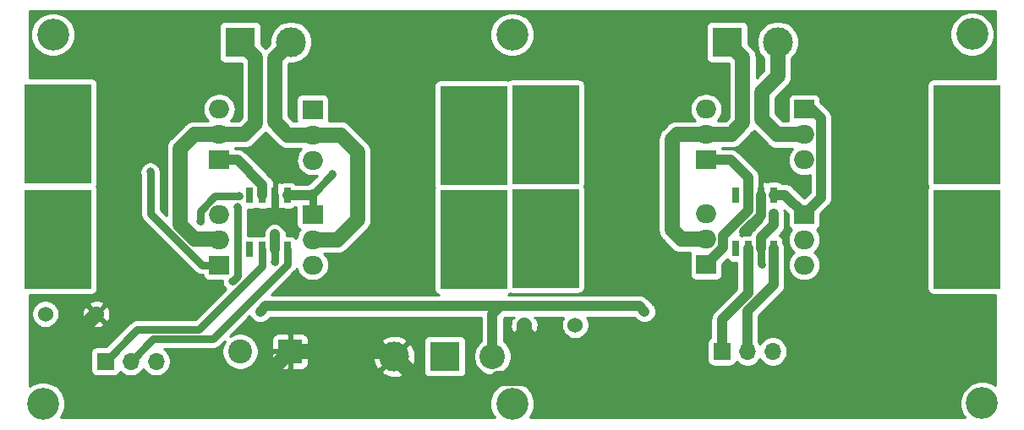
<source format=gbr>
%TF.GenerationSoftware,KiCad,Pcbnew,5.1.10-88a1d61d58~88~ubuntu20.04.1*%
%TF.CreationDate,2021-06-20T22:38:56+02:00*%
%TF.ProjectId,motor_driver_v1,6d6f746f-725f-4647-9269-7665725f7631,rev?*%
%TF.SameCoordinates,Original*%
%TF.FileFunction,Copper,L1,Top*%
%TF.FilePolarity,Positive*%
%FSLAX46Y46*%
G04 Gerber Fmt 4.6, Leading zero omitted, Abs format (unit mm)*
G04 Created by KiCad (PCBNEW 5.1.10-88a1d61d58~88~ubuntu20.04.1) date 2021-06-20 22:38:56*
%MOMM*%
%LPD*%
G01*
G04 APERTURE LIST*
%TA.AperFunction,NonConductor*%
%ADD10C,0.100000*%
%TD*%
%TA.AperFunction,ComponentPad*%
%ADD11C,1.524000*%
%TD*%
%TA.AperFunction,ComponentPad*%
%ADD12O,2.000000X1.905000*%
%TD*%
%TA.AperFunction,ComponentPad*%
%ADD13R,2.000000X1.905000*%
%TD*%
%TA.AperFunction,ComponentPad*%
%ADD14O,1.700000X1.700000*%
%TD*%
%TA.AperFunction,ComponentPad*%
%ADD15R,1.700000X1.700000*%
%TD*%
%TA.AperFunction,ComponentPad*%
%ADD16C,3.000000*%
%TD*%
%TA.AperFunction,ComponentPad*%
%ADD17R,3.000000X3.000000*%
%TD*%
%TA.AperFunction,SMDPad,CuDef*%
%ADD18R,0.650000X1.500000*%
%TD*%
%TA.AperFunction,ComponentPad*%
%ADD19C,2.400000*%
%TD*%
%TA.AperFunction,ComponentPad*%
%ADD20R,2.400000X2.400000*%
%TD*%
%TA.AperFunction,ViaPad*%
%ADD21C,3.200000*%
%TD*%
%TA.AperFunction,ViaPad*%
%ADD22C,0.800000*%
%TD*%
%TA.AperFunction,ViaPad*%
%ADD23C,2.540000*%
%TD*%
%TA.AperFunction,Conductor*%
%ADD24C,1.000000*%
%TD*%
%TA.AperFunction,Conductor*%
%ADD25C,0.750000*%
%TD*%
%TA.AperFunction,Conductor*%
%ADD26C,1.500000*%
%TD*%
%TA.AperFunction,Conductor*%
%ADD27C,0.254000*%
%TD*%
%TA.AperFunction,Conductor*%
%ADD28C,0.100000*%
%TD*%
G04 APERTURE END LIST*
D10*
G36*
X174800000Y-71400000D02*
G01*
X168200000Y-71400000D01*
X168200000Y-61600000D01*
X174800000Y-61600000D01*
X174800000Y-71400000D01*
G37*
X174800000Y-71400000D02*
X168200000Y-71400000D01*
X168200000Y-61600000D01*
X174800000Y-61600000D01*
X174800000Y-71400000D01*
G36*
X174800000Y-60900000D02*
G01*
X168200000Y-60900000D01*
X168200000Y-51100000D01*
X174800000Y-51100000D01*
X174800000Y-60900000D01*
G37*
X174800000Y-60900000D02*
X168200000Y-60900000D01*
X168200000Y-51100000D01*
X174800000Y-51100000D01*
X174800000Y-60900000D01*
G36*
X125400000Y-61000000D02*
G01*
X118800000Y-61000000D01*
X118800000Y-51200000D01*
X125400000Y-51200000D01*
X125400000Y-61000000D01*
G37*
X125400000Y-61000000D02*
X118800000Y-61000000D01*
X118800000Y-51200000D01*
X125400000Y-51200000D01*
X125400000Y-61000000D01*
G36*
X132600000Y-71300000D02*
G01*
X126000000Y-71300000D01*
X126000000Y-61500000D01*
X132600000Y-61500000D01*
X132600000Y-71300000D01*
G37*
X132600000Y-71300000D02*
X126000000Y-71300000D01*
X126000000Y-61500000D01*
X132600000Y-61500000D01*
X132600000Y-71300000D01*
G36*
X125400000Y-71400000D02*
G01*
X118800000Y-71400000D01*
X118800000Y-61600000D01*
X125400000Y-61600000D01*
X125400000Y-71400000D01*
G37*
X125400000Y-71400000D02*
X118800000Y-71400000D01*
X118800000Y-61600000D01*
X125400000Y-61600000D01*
X125400000Y-71400000D01*
G36*
X132600000Y-60900000D02*
G01*
X126000000Y-60900000D01*
X126000000Y-51100000D01*
X132600000Y-51100000D01*
X132600000Y-60900000D01*
G37*
X132600000Y-60900000D02*
X126000000Y-60900000D01*
X126000000Y-51100000D01*
X132600000Y-51100000D01*
X132600000Y-60900000D01*
G36*
X83800000Y-71400000D02*
G01*
X77200000Y-71400000D01*
X77200000Y-61600000D01*
X83800000Y-61600000D01*
X83800000Y-71400000D01*
G37*
X83800000Y-71400000D02*
X77200000Y-71400000D01*
X77200000Y-61600000D01*
X83800000Y-61600000D01*
X83800000Y-71400000D01*
G36*
X83800000Y-60800000D02*
G01*
X77200000Y-60800000D01*
X77200000Y-51000000D01*
X83800000Y-51000000D01*
X83800000Y-60800000D01*
G37*
X83800000Y-60800000D02*
X77200000Y-60800000D01*
X77200000Y-51000000D01*
X83800000Y-51000000D01*
X83800000Y-60800000D01*
D11*
%TO.P,F2,2*%
%TO.N,Net-(F2-Pad2)*%
X132300000Y-75100000D03*
%TO.P,F2,1*%
%TO.N,VCC*%
X127200000Y-75100000D03*
%TD*%
D12*
%TO.P,Q8,3*%
%TO.N,GND*%
X155225000Y-69080000D03*
%TO.P,Q8,2*%
%TO.N,Net-(C2-Pad1)*%
X155225000Y-66540000D03*
D13*
%TO.P,Q8,1*%
%TO.N,PWM4*%
X155225000Y-64000000D03*
%TD*%
D12*
%TO.P,Q7,3*%
%TO.N,GND*%
X145410000Y-63960000D03*
%TO.P,Q7,2*%
%TO.N,Net-(C2-Pad2)*%
X145410000Y-66500000D03*
D13*
%TO.P,Q7,1*%
%TO.N,PWM3*%
X145410000Y-69040000D03*
%TD*%
D12*
%TO.P,Q4,3*%
%TO.N,Net-(IC4-Pad3)*%
X155219400Y-58572400D03*
%TO.P,Q4,2*%
%TO.N,Net-(C2-Pad1)*%
X155219400Y-56032400D03*
D13*
%TO.P,Q4,1*%
%TO.N,PWM4*%
X155219400Y-53492400D03*
%TD*%
D12*
%TO.P,Q3,3*%
%TO.N,Net-(IC4-Pad3)*%
X145410000Y-53460000D03*
%TO.P,Q3,2*%
%TO.N,Net-(C2-Pad2)*%
X145410000Y-56000000D03*
D13*
%TO.P,Q3,1*%
%TO.N,PWM3*%
X145410000Y-58540000D03*
%TD*%
D14*
%TO.P,J4,3*%
%TO.N,I_MES2*%
X152080000Y-77750000D03*
%TO.P,J4,2*%
%TO.N,IN4*%
X149540000Y-77750000D03*
D15*
%TO.P,J4,1*%
%TO.N,IN3*%
X147000000Y-77750000D03*
%TD*%
D16*
%TO.P,J3,2*%
%TO.N,Net-(C2-Pad1)*%
X152580000Y-46750000D03*
D17*
%TO.P,J3,1*%
%TO.N,Net-(C2-Pad2)*%
X147500000Y-46750000D03*
%TD*%
D18*
%TO.P,IC3,8*%
%TO.N,Net-(IC3-Pad8)*%
X148345000Y-62050000D03*
%TO.P,IC3,7*%
%TO.N,PWM3*%
X149615000Y-62050000D03*
%TO.P,IC3,6*%
%TO.N,VCC*%
X150885000Y-62050000D03*
%TO.P,IC3,5*%
%TO.N,PWM4*%
X152155000Y-62050000D03*
%TO.P,IC3,4*%
%TO.N,IN4*%
X152155000Y-67450000D03*
%TO.P,IC3,3*%
%TO.N,GND*%
X150885000Y-67450000D03*
%TO.P,IC3,2*%
%TO.N,IN3*%
X149615000Y-67450000D03*
%TO.P,IC3,1*%
%TO.N,Net-(IC3-Pad1)*%
X148345000Y-67450000D03*
%TD*%
%TO.P,C2,2*%
%TO.N,Net-(C2-Pad2)*%
%TA.AperFunction,SMDPad,CuDef*%
G36*
G01*
X149575000Y-51300000D02*
X149575000Y-52250000D01*
G75*
G02*
X149325000Y-52500000I-250000J0D01*
G01*
X148825000Y-52500000D01*
G75*
G02*
X148575000Y-52250000I0J250000D01*
G01*
X148575000Y-51300000D01*
G75*
G02*
X148825000Y-51050000I250000J0D01*
G01*
X149325000Y-51050000D01*
G75*
G02*
X149575000Y-51300000I0J-250000D01*
G01*
G37*
%TD.AperFunction*%
%TO.P,C2,1*%
%TO.N,Net-(C2-Pad1)*%
%TA.AperFunction,SMDPad,CuDef*%
G36*
G01*
X151475000Y-51300000D02*
X151475000Y-52250000D01*
G75*
G02*
X151225000Y-52500000I-250000J0D01*
G01*
X150725000Y-52500000D01*
G75*
G02*
X150475000Y-52250000I0J250000D01*
G01*
X150475000Y-51300000D01*
G75*
G02*
X150725000Y-51050000I250000J0D01*
G01*
X151225000Y-51050000D01*
G75*
G02*
X151475000Y-51300000I0J-250000D01*
G01*
G37*
%TD.AperFunction*%
%TD*%
%TO.P,IC1,8*%
%TO.N,Net-(IC1-Pad8)*%
X99710000Y-62100000D03*
%TO.P,IC1,7*%
%TO.N,PWM1*%
X100980000Y-62100000D03*
%TO.P,IC1,6*%
%TO.N,VCC*%
X102250000Y-62100000D03*
%TO.P,IC1,5*%
%TO.N,PWM2*%
X103520000Y-62100000D03*
%TO.P,IC1,4*%
%TO.N,IN2*%
X103520000Y-67500000D03*
%TO.P,IC1,3*%
%TO.N,GND*%
X102250000Y-67500000D03*
%TO.P,IC1,2*%
%TO.N,IN1*%
X100980000Y-67500000D03*
%TO.P,IC1,1*%
%TO.N,Net-(IC1-Pad1)*%
X99710000Y-67500000D03*
%TD*%
D14*
%TO.P,J2,3*%
%TO.N,I_MES1*%
X90330000Y-78750000D03*
%TO.P,J2,2*%
%TO.N,IN2*%
X87790000Y-78750000D03*
D15*
%TO.P,J2,1*%
%TO.N,IN1*%
X85250000Y-78750000D03*
%TD*%
D12*
%TO.P,Q6,3*%
%TO.N,GND*%
X106000000Y-69080000D03*
%TO.P,Q6,2*%
%TO.N,Net-(C1-Pad1)*%
X106000000Y-66540000D03*
D13*
%TO.P,Q6,1*%
%TO.N,PWM2*%
X106000000Y-64000000D03*
%TD*%
D12*
%TO.P,Q5,3*%
%TO.N,GND*%
X96650000Y-63995000D03*
%TO.P,Q5,2*%
%TO.N,Net-(C1-Pad2)*%
X96650000Y-66535000D03*
D13*
%TO.P,Q5,1*%
%TO.N,PWM1*%
X96650000Y-69075000D03*
%TD*%
D12*
%TO.P,Q2,3*%
%TO.N,Net-(IC2-Pad3)*%
X106000000Y-58580000D03*
%TO.P,Q2,2*%
%TO.N,Net-(C1-Pad1)*%
X106000000Y-56040000D03*
D13*
%TO.P,Q2,1*%
%TO.N,PWM2*%
X106000000Y-53500000D03*
%TD*%
D12*
%TO.P,Q1,3*%
%TO.N,Net-(IC2-Pad3)*%
X96660000Y-53460000D03*
%TO.P,Q1,2*%
%TO.N,Net-(C1-Pad2)*%
X96660000Y-56000000D03*
D13*
%TO.P,Q1,1*%
%TO.N,PWM1*%
X96660000Y-58540000D03*
%TD*%
D16*
%TO.P,J5,2*%
%TO.N,VCC*%
X114170000Y-78250000D03*
D17*
%TO.P,J5,1*%
%TO.N,GND*%
X119250000Y-78250000D03*
%TD*%
D16*
%TO.P,J1,2*%
%TO.N,Net-(C1-Pad1)*%
X103830000Y-46750000D03*
D17*
%TO.P,J1,1*%
%TO.N,Net-(C1-Pad2)*%
X98750000Y-46750000D03*
%TD*%
D11*
%TO.P,F1,2*%
%TO.N,Net-(F1-Pad2)*%
X79250000Y-74000000D03*
%TO.P,F1,1*%
%TO.N,VCC*%
X84350000Y-74000000D03*
%TD*%
D19*
%TO.P,C5,2*%
%TO.N,GND*%
X98750000Y-77750000D03*
D20*
%TO.P,C5,1*%
%TO.N,VCC*%
X103750000Y-77750000D03*
%TD*%
%TO.P,C1,2*%
%TO.N,Net-(C1-Pad2)*%
%TA.AperFunction,SMDPad,CuDef*%
G36*
G01*
X100800000Y-51275000D02*
X100800000Y-52225000D01*
G75*
G02*
X100550000Y-52475000I-250000J0D01*
G01*
X100050000Y-52475000D01*
G75*
G02*
X99800000Y-52225000I0J250000D01*
G01*
X99800000Y-51275000D01*
G75*
G02*
X100050000Y-51025000I250000J0D01*
G01*
X100550000Y-51025000D01*
G75*
G02*
X100800000Y-51275000I0J-250000D01*
G01*
G37*
%TD.AperFunction*%
%TO.P,C1,1*%
%TO.N,Net-(C1-Pad1)*%
%TA.AperFunction,SMDPad,CuDef*%
G36*
G01*
X102700000Y-51275000D02*
X102700000Y-52225000D01*
G75*
G02*
X102450000Y-52475000I-250000J0D01*
G01*
X101950000Y-52475000D01*
G75*
G02*
X101700000Y-52225000I0J250000D01*
G01*
X101700000Y-51275000D01*
G75*
G02*
X101950000Y-51025000I250000J0D01*
G01*
X102450000Y-51025000D01*
G75*
G02*
X102700000Y-51275000I0J-250000D01*
G01*
G37*
%TD.AperFunction*%
%TD*%
D21*
%TO.N,*%
X172035000Y-45950000D03*
%TO.N,GND*%
X80000000Y-46000000D03*
X126000000Y-46000000D03*
X126000000Y-83000000D03*
X79000000Y-83000000D03*
X173035000Y-82950000D03*
D22*
X102250000Y-66000000D03*
X152155000Y-63961000D03*
X151000000Y-69000000D03*
X102250000Y-68750000D03*
%TO.N,VCC*%
X149250000Y-65750000D03*
X147750000Y-71250000D03*
X103750000Y-65750000D03*
%TO.N,PWM1*%
X89750000Y-59750000D03*
%TO.N,PWM2*%
X108000000Y-60000000D03*
D23*
%TO.N,+3V3*%
X124000000Y-78250000D03*
D22*
X139250000Y-73750000D03*
X100750000Y-73750000D03*
X98500000Y-63250000D03*
X98000000Y-70750000D03*
%TO.N,I_MES1*%
X94750000Y-64750000D03*
X98694091Y-62194091D03*
%TD*%
D24*
%TO.N,GND*%
X102250000Y-67500000D02*
X102250000Y-66000000D01*
X150885000Y-67450000D02*
X150885000Y-66365000D01*
X152155000Y-65095000D02*
X152155000Y-63961000D01*
X150885000Y-66365000D02*
X152155000Y-65095000D01*
D25*
X150885000Y-68885000D02*
X151000000Y-69000000D01*
X150885000Y-67450000D02*
X150885000Y-68885000D01*
X102250000Y-67500000D02*
X102250000Y-68750000D01*
D24*
%TO.N,VCC*%
X150885000Y-62050000D02*
X150885000Y-64115000D01*
X150885000Y-64115000D02*
X149250000Y-65750000D01*
X142750000Y-76250000D02*
X147750000Y-71250000D01*
D25*
X102250000Y-64250000D02*
X103750000Y-65750000D01*
X102250000Y-62100000D02*
X102250000Y-64250000D01*
D26*
X103750000Y-77750000D02*
X99500000Y-82000000D01*
X99500000Y-82000000D02*
X83500000Y-82000000D01*
X83449999Y-81949999D02*
X83449999Y-81699999D01*
X83500000Y-82000000D02*
X83449999Y-81949999D01*
X83449999Y-81699999D02*
X81500000Y-79750000D01*
X81500000Y-76850000D02*
X84350000Y-74000000D01*
X81500000Y-79750000D02*
X81500000Y-76850000D01*
X113670000Y-77750000D02*
X114170000Y-78250000D01*
X103750000Y-77750000D02*
X113670000Y-77750000D01*
X138550001Y-80449999D02*
X147750000Y-71250000D01*
X124000000Y-81000000D02*
X124550001Y-80449999D01*
X116920000Y-81000000D02*
X124000000Y-81000000D01*
X114170000Y-78250000D02*
X116920000Y-81000000D01*
X127949999Y-80449999D02*
X138550001Y-80449999D01*
X126049999Y-80449999D02*
X127200000Y-79299998D01*
X127200000Y-79299998D02*
X127200000Y-75100000D01*
X124550001Y-80449999D02*
X126049999Y-80449999D01*
X126049999Y-80449999D02*
X127949999Y-80449999D01*
D24*
%TO.N,PWM1*%
X98485002Y-58540000D02*
X96660000Y-58540000D01*
X100980000Y-61034998D02*
X98485002Y-58540000D01*
X100980000Y-62100000D02*
X100980000Y-61034998D01*
D25*
X94901154Y-69075000D02*
X96650000Y-69075000D01*
X89750000Y-63923846D02*
X94901154Y-69075000D01*
X89750000Y-59750000D02*
X89750000Y-63923846D01*
%TO.N,PWM2*%
X106000000Y-62000000D02*
X108000000Y-60000000D01*
X106000000Y-64000000D02*
X106000000Y-62000000D01*
D24*
X105900000Y-62100000D02*
X106000000Y-62000000D01*
X103520000Y-62100000D02*
X105900000Y-62100000D01*
D25*
%TO.N,IN2*%
X103520000Y-69000000D02*
X96020000Y-76500000D01*
X103520000Y-67500000D02*
X103520000Y-69000000D01*
X90040000Y-76500000D02*
X87790000Y-78750000D01*
X96020000Y-76500000D02*
X90040000Y-76500000D01*
%TO.N,IN1*%
X94643012Y-75549990D02*
X88450010Y-75549990D01*
X88450010Y-75549990D02*
X85250000Y-78750000D01*
X100980000Y-69213002D02*
X94643012Y-75549990D01*
X100980000Y-67500000D02*
X100980000Y-69213002D01*
%TO.N,+3V3*%
X98000000Y-70750000D02*
X98250000Y-70500000D01*
X98500000Y-70250000D02*
X98000000Y-70750000D01*
X98500000Y-63250000D02*
X98500000Y-70250000D01*
D24*
X124000000Y-74000000D02*
X124000000Y-78250000D01*
X124800000Y-73200000D02*
X124000000Y-74000000D01*
X138700000Y-73200000D02*
X124800000Y-73200000D01*
X139250000Y-73750000D02*
X138700000Y-73200000D01*
X101300000Y-73200000D02*
X100750000Y-73750000D01*
X124800000Y-73200000D02*
X101300000Y-73200000D01*
D25*
%TO.N,I_MES1*%
X96243184Y-62194091D02*
X98694091Y-62194091D01*
X94750000Y-63687275D02*
X96243184Y-62194091D01*
X94750000Y-64750000D02*
X94750000Y-63687275D01*
D24*
%TO.N,PWM3*%
X147855000Y-58540000D02*
X145410000Y-58540000D01*
X149615000Y-60300000D02*
X147855000Y-58540000D01*
X149615000Y-62050000D02*
X149615000Y-60300000D01*
X149615000Y-62050000D02*
X149615000Y-63635000D01*
X147110010Y-67339990D02*
X145410000Y-69040000D01*
X147110010Y-66139990D02*
X147110010Y-67339990D01*
X149615000Y-63635000D02*
X147110010Y-66139990D01*
%TO.N,PWM4*%
X155225000Y-64000000D02*
X155225000Y-63975000D01*
X153300000Y-62050000D02*
X152155000Y-62050000D01*
X155225000Y-63975000D02*
X153300000Y-62050000D01*
X155219400Y-53492400D02*
X155992400Y-53492400D01*
X156919410Y-62305590D02*
X155225000Y-64000000D01*
X156919410Y-54419410D02*
X156919410Y-62305590D01*
X155992400Y-53492400D02*
X156919410Y-54419410D01*
%TO.N,IN4*%
X152155000Y-67450000D02*
X152155000Y-71095000D01*
X149540000Y-73710000D02*
X149540000Y-77750000D01*
X152155000Y-71095000D02*
X149540000Y-73710000D01*
%TO.N,IN3*%
X147000000Y-74552930D02*
X147000000Y-77750000D01*
X149615000Y-71937930D02*
X147000000Y-74552930D01*
X149615000Y-67450000D02*
X149615000Y-71937930D01*
D26*
%TO.N,Net-(C1-Pad2)*%
X100300000Y-48300000D02*
X98750000Y-46750000D01*
X100300000Y-51750000D02*
X100300000Y-48300000D01*
X100300000Y-54860000D02*
X100300000Y-51750000D01*
X99160000Y-56000000D02*
X100300000Y-54860000D01*
X96660000Y-56000000D02*
X99160000Y-56000000D01*
X94160000Y-56000000D02*
X92750000Y-57410000D01*
X96660000Y-56000000D02*
X94160000Y-56000000D01*
X94160000Y-66460000D02*
X96660000Y-66460000D01*
X92750000Y-65050000D02*
X94160000Y-66460000D01*
X92750000Y-57410000D02*
X92750000Y-65050000D01*
%TO.N,Net-(C1-Pad1)*%
X102200000Y-48380000D02*
X103830000Y-46750000D01*
X102200000Y-51750000D02*
X102200000Y-48380000D01*
X102200000Y-54740000D02*
X102200000Y-51750000D01*
X103500000Y-56040000D02*
X102200000Y-54740000D01*
X106000000Y-56040000D02*
X103500000Y-56040000D01*
X106000000Y-56040000D02*
X108790000Y-56040000D01*
X108790000Y-56040000D02*
X110500000Y-57750000D01*
X108500000Y-66540000D02*
X106000000Y-66540000D01*
X110500000Y-64540000D02*
X108500000Y-66540000D01*
X110500000Y-57750000D02*
X110500000Y-64540000D01*
%TO.N,Net-(C2-Pad2)*%
X149075000Y-48325000D02*
X147500000Y-46750000D01*
X149075000Y-51775000D02*
X149075000Y-48325000D01*
X147910000Y-56000000D02*
X145410000Y-56000000D01*
X149075000Y-54835000D02*
X147910000Y-56000000D01*
X149075000Y-51775000D02*
X149075000Y-54835000D01*
X145410000Y-56000000D02*
X142500000Y-56000000D01*
X142500000Y-56000000D02*
X142000000Y-56500000D01*
X142910000Y-66500000D02*
X145410000Y-66500000D01*
X142000000Y-65590000D02*
X142910000Y-66500000D01*
X142000000Y-56500000D02*
X142000000Y-65590000D01*
%TO.N,Net-(C2-Pad1)*%
X152580000Y-50170000D02*
X150975000Y-51775000D01*
X152580000Y-46750000D02*
X152580000Y-50170000D01*
X155219400Y-56032400D02*
X152532400Y-56032400D01*
X150975000Y-54475000D02*
X150975000Y-51775000D01*
X152532400Y-56032400D02*
X150975000Y-54475000D01*
%TD*%
D27*
%TO.N,VCC*%
X174340000Y-50415000D02*
X168200000Y-50415000D01*
X168135855Y-50421290D01*
X168071644Y-50427133D01*
X168069338Y-50427812D01*
X168066949Y-50428046D01*
X168005277Y-50446666D01*
X167943394Y-50464879D01*
X167941264Y-50465992D01*
X167938967Y-50466686D01*
X167882114Y-50496916D01*
X167824919Y-50526816D01*
X167823045Y-50528323D01*
X167820927Y-50529449D01*
X167771014Y-50570157D01*
X167720731Y-50610586D01*
X167719187Y-50612427D01*
X167717326Y-50613944D01*
X167676234Y-50663616D01*
X167634797Y-50712998D01*
X167633640Y-50715102D01*
X167632109Y-50716953D01*
X167601459Y-50773639D01*
X167570392Y-50830150D01*
X167569665Y-50832442D01*
X167568524Y-50834552D01*
X167549476Y-50896084D01*
X167529969Y-50957580D01*
X167529701Y-50959968D01*
X167528991Y-50962262D01*
X167522254Y-51026366D01*
X167515067Y-51090436D01*
X167515035Y-51095050D01*
X167515017Y-51095218D01*
X167515032Y-51095386D01*
X167515000Y-51100000D01*
X167515000Y-60900000D01*
X167521290Y-60964145D01*
X167527133Y-61028356D01*
X167527812Y-61030662D01*
X167528046Y-61033051D01*
X167546666Y-61094723D01*
X167564879Y-61156606D01*
X167565992Y-61158736D01*
X167566686Y-61161033D01*
X167596916Y-61217886D01*
X167613968Y-61250505D01*
X167601459Y-61273639D01*
X167570392Y-61330150D01*
X167569665Y-61332442D01*
X167568524Y-61334552D01*
X167549476Y-61396084D01*
X167529969Y-61457580D01*
X167529701Y-61459968D01*
X167528991Y-61462262D01*
X167522254Y-61526366D01*
X167515067Y-61590436D01*
X167515035Y-61595050D01*
X167515017Y-61595218D01*
X167515032Y-61595386D01*
X167515000Y-61600000D01*
X167515000Y-71400000D01*
X167521290Y-71464145D01*
X167527133Y-71528356D01*
X167527812Y-71530662D01*
X167528046Y-71533051D01*
X167546666Y-71594723D01*
X167564879Y-71656606D01*
X167565992Y-71658736D01*
X167566686Y-71661033D01*
X167596916Y-71717886D01*
X167626816Y-71775081D01*
X167628323Y-71776955D01*
X167629449Y-71779073D01*
X167670157Y-71828986D01*
X167710586Y-71879269D01*
X167712427Y-71880813D01*
X167713944Y-71882674D01*
X167763616Y-71923766D01*
X167812998Y-71965203D01*
X167815102Y-71966360D01*
X167816953Y-71967891D01*
X167873639Y-71998541D01*
X167930150Y-72029608D01*
X167932442Y-72030335D01*
X167934552Y-72031476D01*
X167996084Y-72050524D01*
X168057580Y-72070031D01*
X168059968Y-72070299D01*
X168062262Y-72071009D01*
X168126366Y-72077746D01*
X168190436Y-72084933D01*
X168195050Y-72084965D01*
X168195218Y-72084983D01*
X168195386Y-72084968D01*
X168200000Y-72085000D01*
X174340001Y-72085000D01*
X174340001Y-81133962D01*
X174093669Y-80969369D01*
X173686925Y-80800890D01*
X173255128Y-80715000D01*
X172814872Y-80715000D01*
X172383075Y-80800890D01*
X171976331Y-80969369D01*
X171610271Y-81213962D01*
X171298962Y-81525271D01*
X171054369Y-81891331D01*
X170885890Y-82298075D01*
X170800000Y-82729872D01*
X170800000Y-83170128D01*
X170885890Y-83601925D01*
X171054369Y-84008669D01*
X171275757Y-84340000D01*
X127792652Y-84340000D01*
X127980631Y-84058669D01*
X128149110Y-83651925D01*
X128235000Y-83220128D01*
X128235000Y-82779872D01*
X128149110Y-82348075D01*
X127980631Y-81941331D01*
X127736038Y-81575271D01*
X127424729Y-81263962D01*
X127058669Y-81019369D01*
X126651925Y-80850890D01*
X126220128Y-80765000D01*
X125779872Y-80765000D01*
X125348075Y-80850890D01*
X124941331Y-81019369D01*
X124575271Y-81263962D01*
X124263962Y-81575271D01*
X124019369Y-81941331D01*
X123850890Y-82348075D01*
X123765000Y-82779872D01*
X123765000Y-83220128D01*
X123850890Y-83651925D01*
X124019369Y-84058669D01*
X124207348Y-84340000D01*
X80792652Y-84340000D01*
X80980631Y-84058669D01*
X81149110Y-83651925D01*
X81235000Y-83220128D01*
X81235000Y-82779872D01*
X81149110Y-82348075D01*
X80980631Y-81941331D01*
X80736038Y-81575271D01*
X80424729Y-81263962D01*
X80058669Y-81019369D01*
X79651925Y-80850890D01*
X79220128Y-80765000D01*
X78779872Y-80765000D01*
X78348075Y-80850890D01*
X77941331Y-81019369D01*
X77660000Y-81207348D01*
X77660000Y-77900000D01*
X83761928Y-77900000D01*
X83761928Y-79600000D01*
X83774188Y-79724482D01*
X83810498Y-79844180D01*
X83869463Y-79954494D01*
X83948815Y-80051185D01*
X84045506Y-80130537D01*
X84155820Y-80189502D01*
X84275518Y-80225812D01*
X84400000Y-80238072D01*
X86100000Y-80238072D01*
X86224482Y-80225812D01*
X86344180Y-80189502D01*
X86454494Y-80130537D01*
X86551185Y-80051185D01*
X86630537Y-79954494D01*
X86689502Y-79844180D01*
X86711513Y-79771620D01*
X86843368Y-79903475D01*
X87086589Y-80065990D01*
X87356842Y-80177932D01*
X87643740Y-80235000D01*
X87936260Y-80235000D01*
X88223158Y-80177932D01*
X88493411Y-80065990D01*
X88736632Y-79903475D01*
X88943475Y-79696632D01*
X89060000Y-79522240D01*
X89176525Y-79696632D01*
X89383368Y-79903475D01*
X89626589Y-80065990D01*
X89896842Y-80177932D01*
X90183740Y-80235000D01*
X90476260Y-80235000D01*
X90763158Y-80177932D01*
X91033411Y-80065990D01*
X91276632Y-79903475D01*
X91438454Y-79741653D01*
X112857952Y-79741653D01*
X113013962Y-80057214D01*
X113388745Y-80248020D01*
X113793551Y-80362044D01*
X114212824Y-80394902D01*
X114630451Y-80345334D01*
X115030383Y-80215243D01*
X115326038Y-80057214D01*
X115482048Y-79741653D01*
X114170000Y-78429605D01*
X112857952Y-79741653D01*
X91438454Y-79741653D01*
X91483475Y-79696632D01*
X91645990Y-79453411D01*
X91757932Y-79183158D01*
X91815000Y-78896260D01*
X91815000Y-78603740D01*
X91757932Y-78316842D01*
X91645990Y-78046589D01*
X91483475Y-77803368D01*
X91276632Y-77596525D01*
X91147138Y-77510000D01*
X95970392Y-77510000D01*
X96020000Y-77514886D01*
X96217994Y-77495385D01*
X96320632Y-77464250D01*
X96408380Y-77437632D01*
X96583840Y-77343847D01*
X96737633Y-77217633D01*
X96769261Y-77179094D01*
X97237194Y-76711161D01*
X97123844Y-76880801D01*
X96985518Y-77214750D01*
X96915000Y-77569268D01*
X96915000Y-77930732D01*
X96985518Y-78285250D01*
X97123844Y-78619199D01*
X97324662Y-78919744D01*
X97580256Y-79175338D01*
X97880801Y-79376156D01*
X98214750Y-79514482D01*
X98569268Y-79585000D01*
X98930732Y-79585000D01*
X99285250Y-79514482D01*
X99619199Y-79376156D01*
X99919744Y-79175338D01*
X100145082Y-78950000D01*
X101911928Y-78950000D01*
X101924188Y-79074482D01*
X101960498Y-79194180D01*
X102019463Y-79304494D01*
X102098815Y-79401185D01*
X102195506Y-79480537D01*
X102305820Y-79539502D01*
X102425518Y-79575812D01*
X102550000Y-79588072D01*
X103464250Y-79585000D01*
X103623000Y-79426250D01*
X103623000Y-77877000D01*
X103877000Y-77877000D01*
X103877000Y-79426250D01*
X104035750Y-79585000D01*
X104950000Y-79588072D01*
X105074482Y-79575812D01*
X105194180Y-79539502D01*
X105304494Y-79480537D01*
X105401185Y-79401185D01*
X105480537Y-79304494D01*
X105539502Y-79194180D01*
X105575812Y-79074482D01*
X105588072Y-78950000D01*
X105585864Y-78292824D01*
X112025098Y-78292824D01*
X112074666Y-78710451D01*
X112204757Y-79110383D01*
X112362786Y-79406038D01*
X112678347Y-79562048D01*
X113990395Y-78250000D01*
X114349605Y-78250000D01*
X115661653Y-79562048D01*
X115977214Y-79406038D01*
X116168020Y-79031255D01*
X116282044Y-78626449D01*
X116314902Y-78207176D01*
X116265334Y-77789549D01*
X116135243Y-77389617D01*
X115977214Y-77093962D01*
X115661653Y-76937952D01*
X114349605Y-78250000D01*
X113990395Y-78250000D01*
X112678347Y-76937952D01*
X112362786Y-77093962D01*
X112171980Y-77468745D01*
X112057956Y-77873551D01*
X112025098Y-78292824D01*
X105585864Y-78292824D01*
X105585000Y-78035750D01*
X105426250Y-77877000D01*
X103877000Y-77877000D01*
X103623000Y-77877000D01*
X102073750Y-77877000D01*
X101915000Y-78035750D01*
X101911928Y-78950000D01*
X100145082Y-78950000D01*
X100175338Y-78919744D01*
X100376156Y-78619199D01*
X100514482Y-78285250D01*
X100585000Y-77930732D01*
X100585000Y-77569268D01*
X100514482Y-77214750D01*
X100376156Y-76880801D01*
X100175338Y-76580256D01*
X100145082Y-76550000D01*
X101911928Y-76550000D01*
X101915000Y-77464250D01*
X102073750Y-77623000D01*
X103623000Y-77623000D01*
X103623000Y-76073750D01*
X103877000Y-76073750D01*
X103877000Y-77623000D01*
X105426250Y-77623000D01*
X105585000Y-77464250D01*
X105587371Y-76758347D01*
X112857952Y-76758347D01*
X114170000Y-78070395D01*
X115482048Y-76758347D01*
X115477922Y-76750000D01*
X117111928Y-76750000D01*
X117111928Y-79750000D01*
X117124188Y-79874482D01*
X117160498Y-79994180D01*
X117219463Y-80104494D01*
X117298815Y-80201185D01*
X117395506Y-80280537D01*
X117505820Y-80339502D01*
X117625518Y-80375812D01*
X117750000Y-80388072D01*
X120750000Y-80388072D01*
X120874482Y-80375812D01*
X120994180Y-80339502D01*
X121104494Y-80280537D01*
X121201185Y-80201185D01*
X121280537Y-80104494D01*
X121339502Y-79994180D01*
X121375812Y-79874482D01*
X121388072Y-79750000D01*
X121388072Y-76750000D01*
X121375812Y-76625518D01*
X121339502Y-76505820D01*
X121280537Y-76395506D01*
X121201185Y-76298815D01*
X121104494Y-76219463D01*
X120994180Y-76160498D01*
X120874482Y-76124188D01*
X120750000Y-76111928D01*
X117750000Y-76111928D01*
X117625518Y-76124188D01*
X117505820Y-76160498D01*
X117395506Y-76219463D01*
X117298815Y-76298815D01*
X117219463Y-76395506D01*
X117160498Y-76505820D01*
X117124188Y-76625518D01*
X117111928Y-76750000D01*
X115477922Y-76750000D01*
X115326038Y-76442786D01*
X114951255Y-76251980D01*
X114546449Y-76137956D01*
X114127176Y-76105098D01*
X113709549Y-76154666D01*
X113309617Y-76284757D01*
X113013962Y-76442786D01*
X112857952Y-76758347D01*
X105587371Y-76758347D01*
X105588072Y-76550000D01*
X105575812Y-76425518D01*
X105539502Y-76305820D01*
X105480537Y-76195506D01*
X105401185Y-76098815D01*
X105304494Y-76019463D01*
X105194180Y-75960498D01*
X105074482Y-75924188D01*
X104950000Y-75911928D01*
X104035750Y-75915000D01*
X103877000Y-76073750D01*
X103623000Y-76073750D01*
X103464250Y-75915000D01*
X102550000Y-75911928D01*
X102425518Y-75924188D01*
X102305820Y-75960498D01*
X102195506Y-76019463D01*
X102098815Y-76098815D01*
X102019463Y-76195506D01*
X101960498Y-76305820D01*
X101924188Y-76425518D01*
X101911928Y-76550000D01*
X100145082Y-76550000D01*
X99919744Y-76324662D01*
X99619199Y-76123844D01*
X99285250Y-75985518D01*
X98930732Y-75915000D01*
X98569268Y-75915000D01*
X98214750Y-75985518D01*
X97880801Y-76123844D01*
X97711162Y-76237194D01*
X99719169Y-74229186D01*
X99801717Y-74383622D01*
X99943552Y-74556448D01*
X100116378Y-74698283D01*
X100313554Y-74803676D01*
X100527502Y-74868577D01*
X100750000Y-74890491D01*
X100972498Y-74868577D01*
X101186446Y-74803676D01*
X101383622Y-74698283D01*
X101513143Y-74591988D01*
X101770131Y-74335000D01*
X122865000Y-74335000D01*
X122865001Y-76717259D01*
X122785634Y-76770290D01*
X122520290Y-77035634D01*
X122311811Y-77347644D01*
X122168209Y-77694332D01*
X122095000Y-78062374D01*
X122095000Y-78437626D01*
X122168209Y-78805668D01*
X122311811Y-79152356D01*
X122520290Y-79464366D01*
X122785634Y-79729710D01*
X123097644Y-79938189D01*
X123444332Y-80081791D01*
X123812374Y-80155000D01*
X124187626Y-80155000D01*
X124555668Y-80081791D01*
X124902356Y-79938189D01*
X125214366Y-79729710D01*
X125479710Y-79464366D01*
X125688189Y-79152356D01*
X125831791Y-78805668D01*
X125905000Y-78437626D01*
X125905000Y-78062374D01*
X125831791Y-77694332D01*
X125688189Y-77347644D01*
X125479710Y-77035634D01*
X125214366Y-76770290D01*
X125135000Y-76717259D01*
X125135000Y-76065565D01*
X126414040Y-76065565D01*
X126481020Y-76305656D01*
X126730048Y-76422756D01*
X126997135Y-76489023D01*
X127272017Y-76501910D01*
X127544133Y-76460922D01*
X127803023Y-76367636D01*
X127918980Y-76305656D01*
X127985960Y-76065565D01*
X127200000Y-75279605D01*
X126414040Y-76065565D01*
X125135000Y-76065565D01*
X125135000Y-74470131D01*
X125270132Y-74335000D01*
X126159304Y-74335000D01*
X125994344Y-74381020D01*
X125877244Y-74630048D01*
X125810977Y-74897135D01*
X125798090Y-75172017D01*
X125839078Y-75444133D01*
X125932364Y-75703023D01*
X125994344Y-75818980D01*
X126234435Y-75885960D01*
X127020395Y-75100000D01*
X127006253Y-75085858D01*
X127185858Y-74906253D01*
X127200000Y-74920395D01*
X127214143Y-74906253D01*
X127393748Y-75085858D01*
X127379605Y-75100000D01*
X128165565Y-75885960D01*
X128405656Y-75818980D01*
X128522756Y-75569952D01*
X128589023Y-75302865D01*
X128601910Y-75027983D01*
X128560922Y-74755867D01*
X128467636Y-74496977D01*
X128405656Y-74381020D01*
X128240696Y-74335000D01*
X131131000Y-74335000D01*
X131061995Y-74438273D01*
X130956686Y-74692510D01*
X130903000Y-74962408D01*
X130903000Y-75237592D01*
X130956686Y-75507490D01*
X131061995Y-75761727D01*
X131214880Y-75990535D01*
X131409465Y-76185120D01*
X131638273Y-76338005D01*
X131892510Y-76443314D01*
X132162408Y-76497000D01*
X132437592Y-76497000D01*
X132707490Y-76443314D01*
X132961727Y-76338005D01*
X133190535Y-76185120D01*
X133385120Y-75990535D01*
X133538005Y-75761727D01*
X133643314Y-75507490D01*
X133697000Y-75237592D01*
X133697000Y-74962408D01*
X133643314Y-74692510D01*
X133538005Y-74438273D01*
X133469000Y-74335000D01*
X138229869Y-74335000D01*
X138486857Y-74591988D01*
X138616377Y-74698283D01*
X138813552Y-74803675D01*
X139027500Y-74868576D01*
X139249999Y-74890490D01*
X139472498Y-74868576D01*
X139686446Y-74803675D01*
X139883622Y-74698283D01*
X140056448Y-74556448D01*
X140198283Y-74383622D01*
X140303675Y-74186446D01*
X140368576Y-73972498D01*
X140390490Y-73749999D01*
X140368576Y-73527500D01*
X140303675Y-73313552D01*
X140198283Y-73116377D01*
X140091988Y-72986857D01*
X139541996Y-72436865D01*
X139506449Y-72393551D01*
X139333623Y-72251716D01*
X139136447Y-72146324D01*
X138922499Y-72081423D01*
X138755752Y-72065000D01*
X138755751Y-72065000D01*
X138700000Y-72059509D01*
X138644249Y-72065000D01*
X125556084Y-72065000D01*
X125594723Y-72053334D01*
X125656606Y-72035121D01*
X125658736Y-72034008D01*
X125661033Y-72033314D01*
X125717886Y-72003084D01*
X125775081Y-71973184D01*
X125776955Y-71971677D01*
X125779073Y-71970551D01*
X125801516Y-71952247D01*
X125857580Y-71970031D01*
X125859968Y-71970299D01*
X125862262Y-71971009D01*
X125926366Y-71977746D01*
X125990436Y-71984933D01*
X125995050Y-71984965D01*
X125995218Y-71984983D01*
X125995386Y-71984968D01*
X126000000Y-71985000D01*
X132600000Y-71985000D01*
X132664145Y-71978710D01*
X132728356Y-71972867D01*
X132730662Y-71972188D01*
X132733051Y-71971954D01*
X132794723Y-71953334D01*
X132856606Y-71935121D01*
X132858736Y-71934008D01*
X132861033Y-71933314D01*
X132917886Y-71903084D01*
X132975081Y-71873184D01*
X132976955Y-71871677D01*
X132979073Y-71870551D01*
X133028986Y-71829843D01*
X133079269Y-71789414D01*
X133080813Y-71787573D01*
X133082674Y-71786056D01*
X133123766Y-71736384D01*
X133165203Y-71687002D01*
X133166360Y-71684898D01*
X133167891Y-71683047D01*
X133198541Y-71626361D01*
X133229608Y-71569850D01*
X133230335Y-71567558D01*
X133231476Y-71565448D01*
X133250524Y-71503916D01*
X133270031Y-71442420D01*
X133270299Y-71440032D01*
X133271009Y-71437738D01*
X133277746Y-71373634D01*
X133284933Y-71309564D01*
X133284965Y-71304950D01*
X133284983Y-71304782D01*
X133284968Y-71304614D01*
X133285000Y-71300000D01*
X133285000Y-61500000D01*
X133278710Y-61435855D01*
X133272867Y-61371644D01*
X133272188Y-61369338D01*
X133271954Y-61366949D01*
X133253334Y-61305277D01*
X133235121Y-61243394D01*
X133234008Y-61241264D01*
X133233314Y-61238967D01*
X133212810Y-61200405D01*
X133229608Y-61169850D01*
X133230335Y-61167558D01*
X133231476Y-61165448D01*
X133250524Y-61103916D01*
X133270031Y-61042420D01*
X133270299Y-61040032D01*
X133271009Y-61037738D01*
X133277746Y-60973634D01*
X133284933Y-60909564D01*
X133284965Y-60904950D01*
X133284983Y-60904782D01*
X133284968Y-60904614D01*
X133285000Y-60900000D01*
X133285000Y-56500000D01*
X140608300Y-56500000D01*
X140615000Y-56568029D01*
X140615001Y-65521961D01*
X140608300Y-65590000D01*
X140635040Y-65861507D01*
X140714236Y-66122580D01*
X140842844Y-66363188D01*
X140972548Y-66521233D01*
X140972551Y-66521236D01*
X141015920Y-66574081D01*
X141068765Y-66617450D01*
X141882546Y-67431231D01*
X141925919Y-67484081D01*
X142136812Y-67657157D01*
X142377419Y-67785764D01*
X142638493Y-67864960D01*
X142841963Y-67885000D01*
X142841972Y-67885000D01*
X142909999Y-67891700D01*
X142978026Y-67885000D01*
X143807855Y-67885000D01*
X143784188Y-67963018D01*
X143771928Y-68087500D01*
X143771928Y-69992500D01*
X143784188Y-70116982D01*
X143820498Y-70236680D01*
X143879463Y-70346994D01*
X143958815Y-70443685D01*
X144055506Y-70523037D01*
X144165820Y-70582002D01*
X144285518Y-70618312D01*
X144410000Y-70630572D01*
X146410000Y-70630572D01*
X146534482Y-70618312D01*
X146654180Y-70582002D01*
X146764494Y-70523037D01*
X146861185Y-70443685D01*
X146940537Y-70346994D01*
X146999502Y-70236680D01*
X147035812Y-70116982D01*
X147048072Y-69992500D01*
X147048072Y-69007059D01*
X147494500Y-68560632D01*
X147568815Y-68651185D01*
X147665506Y-68730537D01*
X147775820Y-68789502D01*
X147895518Y-68825812D01*
X148020000Y-68838072D01*
X148480000Y-68838072D01*
X148480001Y-71467797D01*
X146236865Y-73710934D01*
X146193551Y-73746481D01*
X146051716Y-73919307D01*
X145980846Y-74051898D01*
X145946324Y-74116484D01*
X145881423Y-74330432D01*
X145859509Y-74552930D01*
X145865000Y-74608682D01*
X145865001Y-76332317D01*
X145795506Y-76369463D01*
X145698815Y-76448815D01*
X145619463Y-76545506D01*
X145560498Y-76655820D01*
X145524188Y-76775518D01*
X145511928Y-76900000D01*
X145511928Y-78600000D01*
X145524188Y-78724482D01*
X145560498Y-78844180D01*
X145619463Y-78954494D01*
X145698815Y-79051185D01*
X145795506Y-79130537D01*
X145905820Y-79189502D01*
X146025518Y-79225812D01*
X146150000Y-79238072D01*
X147850000Y-79238072D01*
X147974482Y-79225812D01*
X148094180Y-79189502D01*
X148204494Y-79130537D01*
X148301185Y-79051185D01*
X148380537Y-78954494D01*
X148439502Y-78844180D01*
X148461513Y-78771620D01*
X148593368Y-78903475D01*
X148836589Y-79065990D01*
X149106842Y-79177932D01*
X149393740Y-79235000D01*
X149686260Y-79235000D01*
X149973158Y-79177932D01*
X150243411Y-79065990D01*
X150486632Y-78903475D01*
X150693475Y-78696632D01*
X150810000Y-78522240D01*
X150926525Y-78696632D01*
X151133368Y-78903475D01*
X151376589Y-79065990D01*
X151646842Y-79177932D01*
X151933740Y-79235000D01*
X152226260Y-79235000D01*
X152513158Y-79177932D01*
X152783411Y-79065990D01*
X153026632Y-78903475D01*
X153233475Y-78696632D01*
X153395990Y-78453411D01*
X153507932Y-78183158D01*
X153565000Y-77896260D01*
X153565000Y-77603740D01*
X153507932Y-77316842D01*
X153395990Y-77046589D01*
X153233475Y-76803368D01*
X153026632Y-76596525D01*
X152783411Y-76434010D01*
X152513158Y-76322068D01*
X152226260Y-76265000D01*
X151933740Y-76265000D01*
X151646842Y-76322068D01*
X151376589Y-76434010D01*
X151133368Y-76596525D01*
X150926525Y-76803368D01*
X150810000Y-76977760D01*
X150693475Y-76803368D01*
X150675000Y-76784893D01*
X150675000Y-74180131D01*
X152918141Y-71936991D01*
X152961449Y-71901449D01*
X153103284Y-71728623D01*
X153208676Y-71531447D01*
X153273577Y-71317499D01*
X153290000Y-71150752D01*
X153290000Y-71150743D01*
X153295490Y-71095001D01*
X153290000Y-71039259D01*
X153290000Y-67394248D01*
X153273577Y-67227501D01*
X153208676Y-67013553D01*
X153118072Y-66844044D01*
X153118072Y-66700000D01*
X153105812Y-66575518D01*
X153069502Y-66455820D01*
X153010537Y-66345506D01*
X152931185Y-66248815D01*
X152834494Y-66169463D01*
X152737509Y-66117623D01*
X152918140Y-65936992D01*
X152961449Y-65901449D01*
X153103284Y-65728623D01*
X153208676Y-65531447D01*
X153272361Y-65321507D01*
X153273577Y-65317500D01*
X153280577Y-65246423D01*
X153290000Y-65150752D01*
X153290000Y-65150745D01*
X153295490Y-65095001D01*
X153290000Y-65039257D01*
X153290000Y-63905248D01*
X153273577Y-63738501D01*
X153225769Y-63580900D01*
X153586928Y-63942060D01*
X153586928Y-64952500D01*
X153599188Y-65076982D01*
X153635498Y-65196680D01*
X153694463Y-65306994D01*
X153773815Y-65403685D01*
X153870506Y-65483037D01*
X153954446Y-65527905D01*
X153851155Y-65653765D01*
X153703745Y-65929551D01*
X153612970Y-66228796D01*
X153582319Y-66540000D01*
X153612970Y-66851204D01*
X153703745Y-67150449D01*
X153851155Y-67426235D01*
X154049537Y-67667963D01*
X154222609Y-67810000D01*
X154049537Y-67952037D01*
X153851155Y-68193765D01*
X153703745Y-68469551D01*
X153612970Y-68768796D01*
X153582319Y-69080000D01*
X153612970Y-69391204D01*
X153703745Y-69690449D01*
X153851155Y-69966235D01*
X154049537Y-70207963D01*
X154291265Y-70406345D01*
X154567051Y-70553755D01*
X154866296Y-70644530D01*
X155099514Y-70667500D01*
X155350486Y-70667500D01*
X155583704Y-70644530D01*
X155882949Y-70553755D01*
X156158735Y-70406345D01*
X156400463Y-70207963D01*
X156598845Y-69966235D01*
X156746255Y-69690449D01*
X156837030Y-69391204D01*
X156867681Y-69080000D01*
X156837030Y-68768796D01*
X156746255Y-68469551D01*
X156598845Y-68193765D01*
X156400463Y-67952037D01*
X156227391Y-67810000D01*
X156400463Y-67667963D01*
X156598845Y-67426235D01*
X156746255Y-67150449D01*
X156837030Y-66851204D01*
X156867681Y-66540000D01*
X156837030Y-66228796D01*
X156746255Y-65929551D01*
X156598845Y-65653765D01*
X156495554Y-65527905D01*
X156579494Y-65483037D01*
X156676185Y-65403685D01*
X156755537Y-65306994D01*
X156814502Y-65196680D01*
X156850812Y-65076982D01*
X156863072Y-64952500D01*
X156863072Y-63967060D01*
X157682556Y-63147577D01*
X157725859Y-63112039D01*
X157778183Y-63048283D01*
X157867694Y-62939213D01*
X157973086Y-62742037D01*
X158037987Y-62528089D01*
X158059901Y-62305590D01*
X158054410Y-62249838D01*
X158054410Y-54475161D01*
X158059901Y-54419409D01*
X158037987Y-54196910D01*
X158016483Y-54126022D01*
X157973086Y-53982963D01*
X157867694Y-53785787D01*
X157725859Y-53612961D01*
X157682550Y-53577418D01*
X156857472Y-52752341D01*
X156857472Y-52539900D01*
X156845212Y-52415418D01*
X156808902Y-52295720D01*
X156749937Y-52185406D01*
X156670585Y-52088715D01*
X156573894Y-52009363D01*
X156463580Y-51950398D01*
X156343882Y-51914088D01*
X156219400Y-51901828D01*
X154219400Y-51901828D01*
X154094918Y-51914088D01*
X153975220Y-51950398D01*
X153864906Y-52009363D01*
X153768215Y-52088715D01*
X153688863Y-52185406D01*
X153629898Y-52295720D01*
X153593588Y-52415418D01*
X153581328Y-52539900D01*
X153581328Y-54444900D01*
X153593588Y-54569382D01*
X153617255Y-54647400D01*
X153106086Y-54647400D01*
X152360000Y-53901315D01*
X152360000Y-52348685D01*
X153511236Y-51197450D01*
X153564081Y-51154081D01*
X153608465Y-51100000D01*
X153737157Y-50943188D01*
X153865764Y-50702581D01*
X153944960Y-50441507D01*
X153948655Y-50403992D01*
X153965000Y-50238037D01*
X153965000Y-50238029D01*
X153971700Y-50170000D01*
X153965000Y-50101971D01*
X153965000Y-48384346D01*
X154238363Y-48110983D01*
X154472012Y-47761302D01*
X154632953Y-47372756D01*
X154715000Y-46960279D01*
X154715000Y-46539721D01*
X154632953Y-46127244D01*
X154472012Y-45738698D01*
X154466115Y-45729872D01*
X169800000Y-45729872D01*
X169800000Y-46170128D01*
X169885890Y-46601925D01*
X170054369Y-47008669D01*
X170298962Y-47374729D01*
X170610271Y-47686038D01*
X170976331Y-47930631D01*
X171383075Y-48099110D01*
X171814872Y-48185000D01*
X172255128Y-48185000D01*
X172686925Y-48099110D01*
X173093669Y-47930631D01*
X173459729Y-47686038D01*
X173771038Y-47374729D01*
X174015631Y-47008669D01*
X174184110Y-46601925D01*
X174270000Y-46170128D01*
X174270000Y-45729872D01*
X174184110Y-45298075D01*
X174015631Y-44891331D01*
X173771038Y-44525271D01*
X173459729Y-44213962D01*
X173093669Y-43969369D01*
X172686925Y-43800890D01*
X172255128Y-43715000D01*
X171814872Y-43715000D01*
X171383075Y-43800890D01*
X170976331Y-43969369D01*
X170610271Y-44213962D01*
X170298962Y-44525271D01*
X170054369Y-44891331D01*
X169885890Y-45298075D01*
X169800000Y-45729872D01*
X154466115Y-45729872D01*
X154238363Y-45389017D01*
X153940983Y-45091637D01*
X153591302Y-44857988D01*
X153202756Y-44697047D01*
X152790279Y-44615000D01*
X152369721Y-44615000D01*
X151957244Y-44697047D01*
X151568698Y-44857988D01*
X151219017Y-45091637D01*
X150921637Y-45389017D01*
X150687988Y-45738698D01*
X150527047Y-46127244D01*
X150445000Y-46539721D01*
X150445000Y-46960279D01*
X150527047Y-47372756D01*
X150687988Y-47761302D01*
X150921637Y-48110983D01*
X151195000Y-48384346D01*
X151195001Y-49596313D01*
X150460000Y-50331315D01*
X150460000Y-48393026D01*
X150466700Y-48324999D01*
X150460000Y-48256972D01*
X150460000Y-48256963D01*
X150439960Y-48053493D01*
X150360764Y-47792419D01*
X150232157Y-47551812D01*
X150147590Y-47448767D01*
X150102452Y-47393766D01*
X150102450Y-47393764D01*
X150059081Y-47340919D01*
X150006236Y-47297550D01*
X149638072Y-46929386D01*
X149638072Y-45250000D01*
X149625812Y-45125518D01*
X149589502Y-45005820D01*
X149530537Y-44895506D01*
X149451185Y-44798815D01*
X149354494Y-44719463D01*
X149244180Y-44660498D01*
X149124482Y-44624188D01*
X149000000Y-44611928D01*
X146000000Y-44611928D01*
X145875518Y-44624188D01*
X145755820Y-44660498D01*
X145645506Y-44719463D01*
X145548815Y-44798815D01*
X145469463Y-44895506D01*
X145410498Y-45005820D01*
X145374188Y-45125518D01*
X145361928Y-45250000D01*
X145361928Y-48250000D01*
X145374188Y-48374482D01*
X145410498Y-48494180D01*
X145469463Y-48604494D01*
X145548815Y-48701185D01*
X145645506Y-48780537D01*
X145755820Y-48839502D01*
X145875518Y-48875812D01*
X146000000Y-48888072D01*
X147679386Y-48888072D01*
X147690001Y-48898687D01*
X147690000Y-51706963D01*
X147690000Y-51706964D01*
X147690001Y-54261314D01*
X147336315Y-54615000D01*
X146552518Y-54615000D01*
X146585463Y-54587963D01*
X146783845Y-54346235D01*
X146931255Y-54070449D01*
X147022030Y-53771204D01*
X147052681Y-53460000D01*
X147022030Y-53148796D01*
X146931255Y-52849551D01*
X146783845Y-52573765D01*
X146585463Y-52332037D01*
X146343735Y-52133655D01*
X146067949Y-51986245D01*
X145768704Y-51895470D01*
X145535486Y-51872500D01*
X145284514Y-51872500D01*
X145051296Y-51895470D01*
X144752051Y-51986245D01*
X144476265Y-52133655D01*
X144234537Y-52332037D01*
X144036155Y-52573765D01*
X143888745Y-52849551D01*
X143797970Y-53148796D01*
X143767319Y-53460000D01*
X143797970Y-53771204D01*
X143888745Y-54070449D01*
X144036155Y-54346235D01*
X144234537Y-54587963D01*
X144267482Y-54615000D01*
X142568029Y-54615000D01*
X142500000Y-54608300D01*
X142431971Y-54615000D01*
X142431963Y-54615000D01*
X142228493Y-54635040D01*
X141967419Y-54714236D01*
X141726812Y-54842843D01*
X141515919Y-55015919D01*
X141472548Y-55068767D01*
X141068765Y-55472550D01*
X141015919Y-55515920D01*
X140842843Y-55726813D01*
X140751792Y-55897157D01*
X140714236Y-55967420D01*
X140643696Y-56199960D01*
X140635040Y-56228494D01*
X140615000Y-56431964D01*
X140615000Y-56431971D01*
X140608300Y-56500000D01*
X133285000Y-56500000D01*
X133285000Y-51100000D01*
X133278710Y-51035855D01*
X133272867Y-50971644D01*
X133272188Y-50969338D01*
X133271954Y-50966949D01*
X133253334Y-50905277D01*
X133235121Y-50843394D01*
X133234008Y-50841264D01*
X133233314Y-50838967D01*
X133203084Y-50782114D01*
X133173184Y-50724919D01*
X133171677Y-50723045D01*
X133170551Y-50720927D01*
X133129843Y-50671014D01*
X133089414Y-50620731D01*
X133087573Y-50619187D01*
X133086056Y-50617326D01*
X133036384Y-50576234D01*
X132987002Y-50534797D01*
X132984898Y-50533640D01*
X132983047Y-50532109D01*
X132926361Y-50501459D01*
X132869850Y-50470392D01*
X132867558Y-50469665D01*
X132865448Y-50468524D01*
X132803916Y-50449476D01*
X132742420Y-50429969D01*
X132740032Y-50429701D01*
X132737738Y-50428991D01*
X132673634Y-50422254D01*
X132609564Y-50415067D01*
X132604950Y-50415035D01*
X132604782Y-50415017D01*
X132604614Y-50415032D01*
X132600000Y-50415000D01*
X126000000Y-50415000D01*
X125935855Y-50421290D01*
X125871644Y-50427133D01*
X125869338Y-50427812D01*
X125866949Y-50428046D01*
X125805277Y-50446666D01*
X125743394Y-50464879D01*
X125741264Y-50465992D01*
X125738967Y-50466686D01*
X125682114Y-50496916D01*
X125624919Y-50526816D01*
X125623045Y-50528323D01*
X125620927Y-50529449D01*
X125598484Y-50547753D01*
X125542420Y-50529969D01*
X125540032Y-50529701D01*
X125537738Y-50528991D01*
X125473634Y-50522254D01*
X125409564Y-50515067D01*
X125404950Y-50515035D01*
X125404782Y-50515017D01*
X125404614Y-50515032D01*
X125400000Y-50515000D01*
X118800000Y-50515000D01*
X118735855Y-50521290D01*
X118671644Y-50527133D01*
X118669338Y-50527812D01*
X118666949Y-50528046D01*
X118605277Y-50546666D01*
X118543394Y-50564879D01*
X118541264Y-50565992D01*
X118538967Y-50566686D01*
X118482114Y-50596916D01*
X118424919Y-50626816D01*
X118423045Y-50628323D01*
X118420927Y-50629449D01*
X118371014Y-50670157D01*
X118320731Y-50710586D01*
X118319187Y-50712427D01*
X118317326Y-50713944D01*
X118276234Y-50763616D01*
X118234797Y-50812998D01*
X118233640Y-50815102D01*
X118232109Y-50816953D01*
X118201459Y-50873639D01*
X118170392Y-50930150D01*
X118169665Y-50932442D01*
X118168524Y-50934552D01*
X118149476Y-50996084D01*
X118129969Y-51057580D01*
X118129701Y-51059968D01*
X118128991Y-51062262D01*
X118122254Y-51126366D01*
X118115067Y-51190436D01*
X118115035Y-51195050D01*
X118115017Y-51195218D01*
X118115032Y-51195386D01*
X118115000Y-51200000D01*
X118115000Y-61000000D01*
X118121290Y-61064145D01*
X118127133Y-61128356D01*
X118127812Y-61130662D01*
X118128046Y-61133051D01*
X118146666Y-61194723D01*
X118164879Y-61256606D01*
X118165992Y-61258736D01*
X118166686Y-61261033D01*
X118187190Y-61299595D01*
X118170392Y-61330150D01*
X118169665Y-61332442D01*
X118168524Y-61334552D01*
X118149476Y-61396084D01*
X118129969Y-61457580D01*
X118129701Y-61459968D01*
X118128991Y-61462262D01*
X118122254Y-61526366D01*
X118115067Y-61590436D01*
X118115035Y-61595050D01*
X118115017Y-61595218D01*
X118115032Y-61595386D01*
X118115000Y-61600000D01*
X118115000Y-71400000D01*
X118121290Y-71464145D01*
X118127133Y-71528356D01*
X118127812Y-71530662D01*
X118128046Y-71533051D01*
X118146666Y-71594723D01*
X118164879Y-71656606D01*
X118165992Y-71658736D01*
X118166686Y-71661033D01*
X118196916Y-71717886D01*
X118226816Y-71775081D01*
X118228323Y-71776955D01*
X118229449Y-71779073D01*
X118270157Y-71828986D01*
X118310586Y-71879269D01*
X118312427Y-71880813D01*
X118313944Y-71882674D01*
X118363616Y-71923766D01*
X118412998Y-71965203D01*
X118415102Y-71966360D01*
X118416953Y-71967891D01*
X118473639Y-71998541D01*
X118530150Y-72029608D01*
X118532442Y-72030335D01*
X118534552Y-72031476D01*
X118596084Y-72050524D01*
X118641720Y-72065000D01*
X101883356Y-72065000D01*
X104199100Y-69749256D01*
X104237633Y-69717633D01*
X104363847Y-69563840D01*
X104412645Y-69472546D01*
X104478745Y-69690449D01*
X104626155Y-69966235D01*
X104824537Y-70207963D01*
X105066265Y-70406345D01*
X105342051Y-70553755D01*
X105641296Y-70644530D01*
X105874514Y-70667500D01*
X106125486Y-70667500D01*
X106358704Y-70644530D01*
X106657949Y-70553755D01*
X106933735Y-70406345D01*
X107175463Y-70207963D01*
X107373845Y-69966235D01*
X107521255Y-69690449D01*
X107612030Y-69391204D01*
X107642681Y-69080000D01*
X107612030Y-68768796D01*
X107521255Y-68469551D01*
X107373845Y-68193765D01*
X107175463Y-67952037D01*
X107142518Y-67925000D01*
X108431971Y-67925000D01*
X108500000Y-67931700D01*
X108568029Y-67925000D01*
X108568037Y-67925000D01*
X108771507Y-67904960D01*
X109032581Y-67825764D01*
X109273188Y-67697157D01*
X109484081Y-67524081D01*
X109527454Y-67471231D01*
X111431236Y-65567450D01*
X111484081Y-65524081D01*
X111572194Y-65416716D01*
X111657156Y-65313189D01*
X111658153Y-65311324D01*
X111785764Y-65072581D01*
X111864960Y-64811507D01*
X111885000Y-64608037D01*
X111885000Y-64608028D01*
X111891700Y-64540001D01*
X111885000Y-64471974D01*
X111885000Y-57818026D01*
X111891700Y-57749999D01*
X111885000Y-57681972D01*
X111885000Y-57681963D01*
X111864960Y-57478493D01*
X111785764Y-57217419D01*
X111657157Y-56976812D01*
X111582822Y-56886235D01*
X111527452Y-56818766D01*
X111527445Y-56818759D01*
X111484080Y-56765919D01*
X111431241Y-56722555D01*
X109817454Y-55108769D01*
X109774081Y-55055919D01*
X109563188Y-54882843D01*
X109322581Y-54754236D01*
X109061507Y-54675040D01*
X108858037Y-54655000D01*
X108858029Y-54655000D01*
X108790000Y-54648300D01*
X108721971Y-54655000D01*
X107602145Y-54655000D01*
X107625812Y-54576982D01*
X107638072Y-54452500D01*
X107638072Y-52547500D01*
X107625812Y-52423018D01*
X107589502Y-52303320D01*
X107530537Y-52193006D01*
X107451185Y-52096315D01*
X107354494Y-52016963D01*
X107244180Y-51957998D01*
X107124482Y-51921688D01*
X107000000Y-51909428D01*
X105000000Y-51909428D01*
X104875518Y-51921688D01*
X104755820Y-51957998D01*
X104645506Y-52016963D01*
X104548815Y-52096315D01*
X104469463Y-52193006D01*
X104410498Y-52303320D01*
X104374188Y-52423018D01*
X104361928Y-52547500D01*
X104361928Y-54452500D01*
X104374188Y-54576982D01*
X104397855Y-54655000D01*
X104073686Y-54655000D01*
X103585000Y-54166315D01*
X103585000Y-48953685D01*
X103653685Y-48885000D01*
X104040279Y-48885000D01*
X104452756Y-48802953D01*
X104841302Y-48642012D01*
X105190983Y-48408363D01*
X105488363Y-48110983D01*
X105722012Y-47761302D01*
X105882953Y-47372756D01*
X105965000Y-46960279D01*
X105965000Y-46539721D01*
X105882953Y-46127244D01*
X105739067Y-45779872D01*
X123765000Y-45779872D01*
X123765000Y-46220128D01*
X123850890Y-46651925D01*
X124019369Y-47058669D01*
X124263962Y-47424729D01*
X124575271Y-47736038D01*
X124941331Y-47980631D01*
X125348075Y-48149110D01*
X125779872Y-48235000D01*
X126220128Y-48235000D01*
X126651925Y-48149110D01*
X127058669Y-47980631D01*
X127424729Y-47736038D01*
X127736038Y-47424729D01*
X127980631Y-47058669D01*
X128149110Y-46651925D01*
X128235000Y-46220128D01*
X128235000Y-45779872D01*
X128149110Y-45348075D01*
X127980631Y-44941331D01*
X127736038Y-44575271D01*
X127424729Y-44263962D01*
X127058669Y-44019369D01*
X126651925Y-43850890D01*
X126220128Y-43765000D01*
X125779872Y-43765000D01*
X125348075Y-43850890D01*
X124941331Y-44019369D01*
X124575271Y-44263962D01*
X124263962Y-44575271D01*
X124019369Y-44941331D01*
X123850890Y-45348075D01*
X123765000Y-45779872D01*
X105739067Y-45779872D01*
X105722012Y-45738698D01*
X105488363Y-45389017D01*
X105190983Y-45091637D01*
X104841302Y-44857988D01*
X104452756Y-44697047D01*
X104040279Y-44615000D01*
X103619721Y-44615000D01*
X103207244Y-44697047D01*
X102818698Y-44857988D01*
X102469017Y-45091637D01*
X102171637Y-45389017D01*
X101937988Y-45738698D01*
X101777047Y-46127244D01*
X101695000Y-46539721D01*
X101695000Y-46926315D01*
X101293689Y-47327626D01*
X101284081Y-47315919D01*
X101231236Y-47272550D01*
X100888072Y-46929386D01*
X100888072Y-45250000D01*
X100875812Y-45125518D01*
X100839502Y-45005820D01*
X100780537Y-44895506D01*
X100701185Y-44798815D01*
X100604494Y-44719463D01*
X100494180Y-44660498D01*
X100374482Y-44624188D01*
X100250000Y-44611928D01*
X97250000Y-44611928D01*
X97125518Y-44624188D01*
X97005820Y-44660498D01*
X96895506Y-44719463D01*
X96798815Y-44798815D01*
X96719463Y-44895506D01*
X96660498Y-45005820D01*
X96624188Y-45125518D01*
X96611928Y-45250000D01*
X96611928Y-48250000D01*
X96624188Y-48374482D01*
X96660498Y-48494180D01*
X96719463Y-48604494D01*
X96798815Y-48701185D01*
X96895506Y-48780537D01*
X97005820Y-48839502D01*
X97125518Y-48875812D01*
X97250000Y-48888072D01*
X98915001Y-48888072D01*
X98915000Y-51818036D01*
X98915001Y-51818046D01*
X98915000Y-54286315D01*
X98586315Y-54615000D01*
X97802518Y-54615000D01*
X97835463Y-54587963D01*
X98033845Y-54346235D01*
X98181255Y-54070449D01*
X98272030Y-53771204D01*
X98302681Y-53460000D01*
X98272030Y-53148796D01*
X98181255Y-52849551D01*
X98033845Y-52573765D01*
X97835463Y-52332037D01*
X97593735Y-52133655D01*
X97317949Y-51986245D01*
X97018704Y-51895470D01*
X96785486Y-51872500D01*
X96534514Y-51872500D01*
X96301296Y-51895470D01*
X96002051Y-51986245D01*
X95726265Y-52133655D01*
X95484537Y-52332037D01*
X95286155Y-52573765D01*
X95138745Y-52849551D01*
X95047970Y-53148796D01*
X95017319Y-53460000D01*
X95047970Y-53771204D01*
X95138745Y-54070449D01*
X95286155Y-54346235D01*
X95484537Y-54587963D01*
X95517482Y-54615000D01*
X94228026Y-54615000D01*
X94159999Y-54608300D01*
X94091972Y-54615000D01*
X94091963Y-54615000D01*
X93888493Y-54635040D01*
X93627419Y-54714236D01*
X93386812Y-54842843D01*
X93386810Y-54842844D01*
X93386811Y-54842844D01*
X93228766Y-54972548D01*
X93228764Y-54972550D01*
X93175919Y-55015919D01*
X93132550Y-55068764D01*
X91818765Y-56382550D01*
X91765919Y-56425920D01*
X91592843Y-56636813D01*
X91523834Y-56765920D01*
X91464236Y-56877420D01*
X91388235Y-57127963D01*
X91385040Y-57138494D01*
X91365000Y-57341964D01*
X91365000Y-57341971D01*
X91358300Y-57410000D01*
X91365000Y-57478029D01*
X91365001Y-64110492D01*
X90760000Y-63505491D01*
X90760000Y-59977623D01*
X90785000Y-59851939D01*
X90785000Y-59648061D01*
X90745226Y-59448102D01*
X90667205Y-59259744D01*
X90553937Y-59090226D01*
X90409774Y-58946063D01*
X90240256Y-58832795D01*
X90051898Y-58754774D01*
X89851939Y-58715000D01*
X89648061Y-58715000D01*
X89448102Y-58754774D01*
X89259744Y-58832795D01*
X89090226Y-58946063D01*
X88946063Y-59090226D01*
X88832795Y-59259744D01*
X88754774Y-59448102D01*
X88715000Y-59648061D01*
X88715000Y-59851939D01*
X88740000Y-59977624D01*
X88740001Y-63874228D01*
X88735114Y-63923846D01*
X88754615Y-64121840D01*
X88812368Y-64312225D01*
X88812369Y-64312226D01*
X88906154Y-64487686D01*
X89032368Y-64641479D01*
X89070901Y-64673102D01*
X94151898Y-69754100D01*
X94183521Y-69792633D01*
X94337314Y-69918847D01*
X94467220Y-69988283D01*
X94512774Y-70012632D01*
X94703159Y-70070385D01*
X94901154Y-70089886D01*
X94950762Y-70085000D01*
X95017591Y-70085000D01*
X95024188Y-70151982D01*
X95060498Y-70271680D01*
X95119463Y-70381994D01*
X95198815Y-70478685D01*
X95295506Y-70558037D01*
X95405820Y-70617002D01*
X95525518Y-70653312D01*
X95650000Y-70665572D01*
X96965000Y-70665572D01*
X96965000Y-70851939D01*
X97004774Y-71051898D01*
X97082795Y-71240256D01*
X97196063Y-71409774D01*
X97275468Y-71489179D01*
X94224657Y-74539990D01*
X88499618Y-74539990D01*
X88450010Y-74535104D01*
X88252015Y-74554605D01*
X88092403Y-74603023D01*
X88061630Y-74612358D01*
X87886170Y-74706143D01*
X87732377Y-74832357D01*
X87700754Y-74870890D01*
X85309717Y-77261928D01*
X84400000Y-77261928D01*
X84275518Y-77274188D01*
X84155820Y-77310498D01*
X84045506Y-77369463D01*
X83948815Y-77448815D01*
X83869463Y-77545506D01*
X83810498Y-77655820D01*
X83774188Y-77775518D01*
X83761928Y-77900000D01*
X77660000Y-77900000D01*
X77660000Y-73862408D01*
X77853000Y-73862408D01*
X77853000Y-74137592D01*
X77906686Y-74407490D01*
X78011995Y-74661727D01*
X78164880Y-74890535D01*
X78359465Y-75085120D01*
X78588273Y-75238005D01*
X78842510Y-75343314D01*
X79112408Y-75397000D01*
X79387592Y-75397000D01*
X79657490Y-75343314D01*
X79911727Y-75238005D01*
X80140535Y-75085120D01*
X80260090Y-74965565D01*
X83564040Y-74965565D01*
X83631020Y-75205656D01*
X83880048Y-75322756D01*
X84147135Y-75389023D01*
X84422017Y-75401910D01*
X84694133Y-75360922D01*
X84953023Y-75267636D01*
X85068980Y-75205656D01*
X85135960Y-74965565D01*
X84350000Y-74179605D01*
X83564040Y-74965565D01*
X80260090Y-74965565D01*
X80335120Y-74890535D01*
X80488005Y-74661727D01*
X80593314Y-74407490D01*
X80647000Y-74137592D01*
X80647000Y-74072017D01*
X82948090Y-74072017D01*
X82989078Y-74344133D01*
X83082364Y-74603023D01*
X83144344Y-74718980D01*
X83384435Y-74785960D01*
X84170395Y-74000000D01*
X84529605Y-74000000D01*
X85315565Y-74785960D01*
X85555656Y-74718980D01*
X85672756Y-74469952D01*
X85739023Y-74202865D01*
X85751910Y-73927983D01*
X85710922Y-73655867D01*
X85617636Y-73396977D01*
X85555656Y-73281020D01*
X85315565Y-73214040D01*
X84529605Y-74000000D01*
X84170395Y-74000000D01*
X83384435Y-73214040D01*
X83144344Y-73281020D01*
X83027244Y-73530048D01*
X82960977Y-73797135D01*
X82948090Y-74072017D01*
X80647000Y-74072017D01*
X80647000Y-73862408D01*
X80593314Y-73592510D01*
X80488005Y-73338273D01*
X80335120Y-73109465D01*
X80260090Y-73034435D01*
X83564040Y-73034435D01*
X84350000Y-73820395D01*
X85135960Y-73034435D01*
X85068980Y-72794344D01*
X84819952Y-72677244D01*
X84552865Y-72610977D01*
X84277983Y-72598090D01*
X84005867Y-72639078D01*
X83746977Y-72732364D01*
X83631020Y-72794344D01*
X83564040Y-73034435D01*
X80260090Y-73034435D01*
X80140535Y-72914880D01*
X79911727Y-72761995D01*
X79657490Y-72656686D01*
X79387592Y-72603000D01*
X79112408Y-72603000D01*
X78842510Y-72656686D01*
X78588273Y-72761995D01*
X78359465Y-72914880D01*
X78164880Y-73109465D01*
X78011995Y-73338273D01*
X77906686Y-73592510D01*
X77853000Y-73862408D01*
X77660000Y-73862408D01*
X77660000Y-72085000D01*
X83800000Y-72085000D01*
X83864145Y-72078710D01*
X83928356Y-72072867D01*
X83930662Y-72072188D01*
X83933051Y-72071954D01*
X83994723Y-72053334D01*
X84056606Y-72035121D01*
X84058736Y-72034008D01*
X84061033Y-72033314D01*
X84117886Y-72003084D01*
X84175081Y-71973184D01*
X84176955Y-71971677D01*
X84179073Y-71970551D01*
X84228986Y-71929843D01*
X84279269Y-71889414D01*
X84280813Y-71887573D01*
X84282674Y-71886056D01*
X84323766Y-71836384D01*
X84365203Y-71787002D01*
X84366360Y-71784898D01*
X84367891Y-71783047D01*
X84398541Y-71726361D01*
X84429608Y-71669850D01*
X84430335Y-71667558D01*
X84431476Y-71665448D01*
X84450524Y-71603916D01*
X84470031Y-71542420D01*
X84470299Y-71540032D01*
X84471009Y-71537738D01*
X84477746Y-71473634D01*
X84484933Y-71409564D01*
X84484965Y-71404950D01*
X84484983Y-71404782D01*
X84484968Y-71404614D01*
X84485000Y-71400000D01*
X84485000Y-61600000D01*
X84478710Y-61535855D01*
X84472867Y-61471644D01*
X84472188Y-61469338D01*
X84471954Y-61466949D01*
X84453334Y-61405277D01*
X84435121Y-61343394D01*
X84434008Y-61341264D01*
X84433314Y-61338967D01*
X84403084Y-61282114D01*
X84373184Y-61224919D01*
X84371677Y-61223045D01*
X84370551Y-61220927D01*
X84353884Y-61200491D01*
X84365203Y-61187002D01*
X84366360Y-61184898D01*
X84367891Y-61183047D01*
X84398541Y-61126361D01*
X84429608Y-61069850D01*
X84430335Y-61067558D01*
X84431476Y-61065448D01*
X84450524Y-61003916D01*
X84470031Y-60942420D01*
X84470299Y-60940032D01*
X84471009Y-60937738D01*
X84477746Y-60873634D01*
X84484933Y-60809564D01*
X84484965Y-60804950D01*
X84484983Y-60804782D01*
X84484968Y-60804614D01*
X84485000Y-60800000D01*
X84485000Y-51000000D01*
X84478710Y-50935855D01*
X84472867Y-50871644D01*
X84472188Y-50869338D01*
X84471954Y-50866949D01*
X84453334Y-50805277D01*
X84435121Y-50743394D01*
X84434008Y-50741264D01*
X84433314Y-50738967D01*
X84403084Y-50682114D01*
X84373184Y-50624919D01*
X84371677Y-50623045D01*
X84370551Y-50620927D01*
X84329843Y-50571014D01*
X84289414Y-50520731D01*
X84287573Y-50519187D01*
X84286056Y-50517326D01*
X84236384Y-50476234D01*
X84187002Y-50434797D01*
X84184898Y-50433640D01*
X84183047Y-50432109D01*
X84126361Y-50401459D01*
X84069850Y-50370392D01*
X84067558Y-50369665D01*
X84065448Y-50368524D01*
X84003916Y-50349476D01*
X83942420Y-50329969D01*
X83940032Y-50329701D01*
X83937738Y-50328991D01*
X83873634Y-50322254D01*
X83809564Y-50315067D01*
X83804950Y-50315035D01*
X83804782Y-50315017D01*
X83804614Y-50315032D01*
X83800000Y-50315000D01*
X77660000Y-50315000D01*
X77660000Y-45779872D01*
X77765000Y-45779872D01*
X77765000Y-46220128D01*
X77850890Y-46651925D01*
X78019369Y-47058669D01*
X78263962Y-47424729D01*
X78575271Y-47736038D01*
X78941331Y-47980631D01*
X79348075Y-48149110D01*
X79779872Y-48235000D01*
X80220128Y-48235000D01*
X80651925Y-48149110D01*
X81058669Y-47980631D01*
X81424729Y-47736038D01*
X81736038Y-47424729D01*
X81980631Y-47058669D01*
X82149110Y-46651925D01*
X82235000Y-46220128D01*
X82235000Y-45779872D01*
X82149110Y-45348075D01*
X81980631Y-44941331D01*
X81736038Y-44575271D01*
X81424729Y-44263962D01*
X81058669Y-44019369D01*
X80651925Y-43850890D01*
X80220128Y-43765000D01*
X79779872Y-43765000D01*
X79348075Y-43850890D01*
X78941331Y-44019369D01*
X78575271Y-44263962D01*
X78263962Y-44575271D01*
X78019369Y-44941331D01*
X77850890Y-45348075D01*
X77765000Y-45779872D01*
X77660000Y-45779872D01*
X77660000Y-43660000D01*
X174340000Y-43660000D01*
X174340000Y-50415000D01*
%TA.AperFunction,Conductor*%
D28*
G36*
X174340000Y-50415000D02*
G01*
X168200000Y-50415000D01*
X168135855Y-50421290D01*
X168071644Y-50427133D01*
X168069338Y-50427812D01*
X168066949Y-50428046D01*
X168005277Y-50446666D01*
X167943394Y-50464879D01*
X167941264Y-50465992D01*
X167938967Y-50466686D01*
X167882114Y-50496916D01*
X167824919Y-50526816D01*
X167823045Y-50528323D01*
X167820927Y-50529449D01*
X167771014Y-50570157D01*
X167720731Y-50610586D01*
X167719187Y-50612427D01*
X167717326Y-50613944D01*
X167676234Y-50663616D01*
X167634797Y-50712998D01*
X167633640Y-50715102D01*
X167632109Y-50716953D01*
X167601459Y-50773639D01*
X167570392Y-50830150D01*
X167569665Y-50832442D01*
X167568524Y-50834552D01*
X167549476Y-50896084D01*
X167529969Y-50957580D01*
X167529701Y-50959968D01*
X167528991Y-50962262D01*
X167522254Y-51026366D01*
X167515067Y-51090436D01*
X167515035Y-51095050D01*
X167515017Y-51095218D01*
X167515032Y-51095386D01*
X167515000Y-51100000D01*
X167515000Y-60900000D01*
X167521290Y-60964145D01*
X167527133Y-61028356D01*
X167527812Y-61030662D01*
X167528046Y-61033051D01*
X167546666Y-61094723D01*
X167564879Y-61156606D01*
X167565992Y-61158736D01*
X167566686Y-61161033D01*
X167596916Y-61217886D01*
X167613968Y-61250505D01*
X167601459Y-61273639D01*
X167570392Y-61330150D01*
X167569665Y-61332442D01*
X167568524Y-61334552D01*
X167549476Y-61396084D01*
X167529969Y-61457580D01*
X167529701Y-61459968D01*
X167528991Y-61462262D01*
X167522254Y-61526366D01*
X167515067Y-61590436D01*
X167515035Y-61595050D01*
X167515017Y-61595218D01*
X167515032Y-61595386D01*
X167515000Y-61600000D01*
X167515000Y-71400000D01*
X167521290Y-71464145D01*
X167527133Y-71528356D01*
X167527812Y-71530662D01*
X167528046Y-71533051D01*
X167546666Y-71594723D01*
X167564879Y-71656606D01*
X167565992Y-71658736D01*
X167566686Y-71661033D01*
X167596916Y-71717886D01*
X167626816Y-71775081D01*
X167628323Y-71776955D01*
X167629449Y-71779073D01*
X167670157Y-71828986D01*
X167710586Y-71879269D01*
X167712427Y-71880813D01*
X167713944Y-71882674D01*
X167763616Y-71923766D01*
X167812998Y-71965203D01*
X167815102Y-71966360D01*
X167816953Y-71967891D01*
X167873639Y-71998541D01*
X167930150Y-72029608D01*
X167932442Y-72030335D01*
X167934552Y-72031476D01*
X167996084Y-72050524D01*
X168057580Y-72070031D01*
X168059968Y-72070299D01*
X168062262Y-72071009D01*
X168126366Y-72077746D01*
X168190436Y-72084933D01*
X168195050Y-72084965D01*
X168195218Y-72084983D01*
X168195386Y-72084968D01*
X168200000Y-72085000D01*
X174340001Y-72085000D01*
X174340001Y-81133962D01*
X174093669Y-80969369D01*
X173686925Y-80800890D01*
X173255128Y-80715000D01*
X172814872Y-80715000D01*
X172383075Y-80800890D01*
X171976331Y-80969369D01*
X171610271Y-81213962D01*
X171298962Y-81525271D01*
X171054369Y-81891331D01*
X170885890Y-82298075D01*
X170800000Y-82729872D01*
X170800000Y-83170128D01*
X170885890Y-83601925D01*
X171054369Y-84008669D01*
X171275757Y-84340000D01*
X127792652Y-84340000D01*
X127980631Y-84058669D01*
X128149110Y-83651925D01*
X128235000Y-83220128D01*
X128235000Y-82779872D01*
X128149110Y-82348075D01*
X127980631Y-81941331D01*
X127736038Y-81575271D01*
X127424729Y-81263962D01*
X127058669Y-81019369D01*
X126651925Y-80850890D01*
X126220128Y-80765000D01*
X125779872Y-80765000D01*
X125348075Y-80850890D01*
X124941331Y-81019369D01*
X124575271Y-81263962D01*
X124263962Y-81575271D01*
X124019369Y-81941331D01*
X123850890Y-82348075D01*
X123765000Y-82779872D01*
X123765000Y-83220128D01*
X123850890Y-83651925D01*
X124019369Y-84058669D01*
X124207348Y-84340000D01*
X80792652Y-84340000D01*
X80980631Y-84058669D01*
X81149110Y-83651925D01*
X81235000Y-83220128D01*
X81235000Y-82779872D01*
X81149110Y-82348075D01*
X80980631Y-81941331D01*
X80736038Y-81575271D01*
X80424729Y-81263962D01*
X80058669Y-81019369D01*
X79651925Y-80850890D01*
X79220128Y-80765000D01*
X78779872Y-80765000D01*
X78348075Y-80850890D01*
X77941331Y-81019369D01*
X77660000Y-81207348D01*
X77660000Y-77900000D01*
X83761928Y-77900000D01*
X83761928Y-79600000D01*
X83774188Y-79724482D01*
X83810498Y-79844180D01*
X83869463Y-79954494D01*
X83948815Y-80051185D01*
X84045506Y-80130537D01*
X84155820Y-80189502D01*
X84275518Y-80225812D01*
X84400000Y-80238072D01*
X86100000Y-80238072D01*
X86224482Y-80225812D01*
X86344180Y-80189502D01*
X86454494Y-80130537D01*
X86551185Y-80051185D01*
X86630537Y-79954494D01*
X86689502Y-79844180D01*
X86711513Y-79771620D01*
X86843368Y-79903475D01*
X87086589Y-80065990D01*
X87356842Y-80177932D01*
X87643740Y-80235000D01*
X87936260Y-80235000D01*
X88223158Y-80177932D01*
X88493411Y-80065990D01*
X88736632Y-79903475D01*
X88943475Y-79696632D01*
X89060000Y-79522240D01*
X89176525Y-79696632D01*
X89383368Y-79903475D01*
X89626589Y-80065990D01*
X89896842Y-80177932D01*
X90183740Y-80235000D01*
X90476260Y-80235000D01*
X90763158Y-80177932D01*
X91033411Y-80065990D01*
X91276632Y-79903475D01*
X91438454Y-79741653D01*
X112857952Y-79741653D01*
X113013962Y-80057214D01*
X113388745Y-80248020D01*
X113793551Y-80362044D01*
X114212824Y-80394902D01*
X114630451Y-80345334D01*
X115030383Y-80215243D01*
X115326038Y-80057214D01*
X115482048Y-79741653D01*
X114170000Y-78429605D01*
X112857952Y-79741653D01*
X91438454Y-79741653D01*
X91483475Y-79696632D01*
X91645990Y-79453411D01*
X91757932Y-79183158D01*
X91815000Y-78896260D01*
X91815000Y-78603740D01*
X91757932Y-78316842D01*
X91645990Y-78046589D01*
X91483475Y-77803368D01*
X91276632Y-77596525D01*
X91147138Y-77510000D01*
X95970392Y-77510000D01*
X96020000Y-77514886D01*
X96217994Y-77495385D01*
X96320632Y-77464250D01*
X96408380Y-77437632D01*
X96583840Y-77343847D01*
X96737633Y-77217633D01*
X96769261Y-77179094D01*
X97237194Y-76711161D01*
X97123844Y-76880801D01*
X96985518Y-77214750D01*
X96915000Y-77569268D01*
X96915000Y-77930732D01*
X96985518Y-78285250D01*
X97123844Y-78619199D01*
X97324662Y-78919744D01*
X97580256Y-79175338D01*
X97880801Y-79376156D01*
X98214750Y-79514482D01*
X98569268Y-79585000D01*
X98930732Y-79585000D01*
X99285250Y-79514482D01*
X99619199Y-79376156D01*
X99919744Y-79175338D01*
X100145082Y-78950000D01*
X101911928Y-78950000D01*
X101924188Y-79074482D01*
X101960498Y-79194180D01*
X102019463Y-79304494D01*
X102098815Y-79401185D01*
X102195506Y-79480537D01*
X102305820Y-79539502D01*
X102425518Y-79575812D01*
X102550000Y-79588072D01*
X103464250Y-79585000D01*
X103623000Y-79426250D01*
X103623000Y-77877000D01*
X103877000Y-77877000D01*
X103877000Y-79426250D01*
X104035750Y-79585000D01*
X104950000Y-79588072D01*
X105074482Y-79575812D01*
X105194180Y-79539502D01*
X105304494Y-79480537D01*
X105401185Y-79401185D01*
X105480537Y-79304494D01*
X105539502Y-79194180D01*
X105575812Y-79074482D01*
X105588072Y-78950000D01*
X105585864Y-78292824D01*
X112025098Y-78292824D01*
X112074666Y-78710451D01*
X112204757Y-79110383D01*
X112362786Y-79406038D01*
X112678347Y-79562048D01*
X113990395Y-78250000D01*
X114349605Y-78250000D01*
X115661653Y-79562048D01*
X115977214Y-79406038D01*
X116168020Y-79031255D01*
X116282044Y-78626449D01*
X116314902Y-78207176D01*
X116265334Y-77789549D01*
X116135243Y-77389617D01*
X115977214Y-77093962D01*
X115661653Y-76937952D01*
X114349605Y-78250000D01*
X113990395Y-78250000D01*
X112678347Y-76937952D01*
X112362786Y-77093962D01*
X112171980Y-77468745D01*
X112057956Y-77873551D01*
X112025098Y-78292824D01*
X105585864Y-78292824D01*
X105585000Y-78035750D01*
X105426250Y-77877000D01*
X103877000Y-77877000D01*
X103623000Y-77877000D01*
X102073750Y-77877000D01*
X101915000Y-78035750D01*
X101911928Y-78950000D01*
X100145082Y-78950000D01*
X100175338Y-78919744D01*
X100376156Y-78619199D01*
X100514482Y-78285250D01*
X100585000Y-77930732D01*
X100585000Y-77569268D01*
X100514482Y-77214750D01*
X100376156Y-76880801D01*
X100175338Y-76580256D01*
X100145082Y-76550000D01*
X101911928Y-76550000D01*
X101915000Y-77464250D01*
X102073750Y-77623000D01*
X103623000Y-77623000D01*
X103623000Y-76073750D01*
X103877000Y-76073750D01*
X103877000Y-77623000D01*
X105426250Y-77623000D01*
X105585000Y-77464250D01*
X105587371Y-76758347D01*
X112857952Y-76758347D01*
X114170000Y-78070395D01*
X115482048Y-76758347D01*
X115477922Y-76750000D01*
X117111928Y-76750000D01*
X117111928Y-79750000D01*
X117124188Y-79874482D01*
X117160498Y-79994180D01*
X117219463Y-80104494D01*
X117298815Y-80201185D01*
X117395506Y-80280537D01*
X117505820Y-80339502D01*
X117625518Y-80375812D01*
X117750000Y-80388072D01*
X120750000Y-80388072D01*
X120874482Y-80375812D01*
X120994180Y-80339502D01*
X121104494Y-80280537D01*
X121201185Y-80201185D01*
X121280537Y-80104494D01*
X121339502Y-79994180D01*
X121375812Y-79874482D01*
X121388072Y-79750000D01*
X121388072Y-76750000D01*
X121375812Y-76625518D01*
X121339502Y-76505820D01*
X121280537Y-76395506D01*
X121201185Y-76298815D01*
X121104494Y-76219463D01*
X120994180Y-76160498D01*
X120874482Y-76124188D01*
X120750000Y-76111928D01*
X117750000Y-76111928D01*
X117625518Y-76124188D01*
X117505820Y-76160498D01*
X117395506Y-76219463D01*
X117298815Y-76298815D01*
X117219463Y-76395506D01*
X117160498Y-76505820D01*
X117124188Y-76625518D01*
X117111928Y-76750000D01*
X115477922Y-76750000D01*
X115326038Y-76442786D01*
X114951255Y-76251980D01*
X114546449Y-76137956D01*
X114127176Y-76105098D01*
X113709549Y-76154666D01*
X113309617Y-76284757D01*
X113013962Y-76442786D01*
X112857952Y-76758347D01*
X105587371Y-76758347D01*
X105588072Y-76550000D01*
X105575812Y-76425518D01*
X105539502Y-76305820D01*
X105480537Y-76195506D01*
X105401185Y-76098815D01*
X105304494Y-76019463D01*
X105194180Y-75960498D01*
X105074482Y-75924188D01*
X104950000Y-75911928D01*
X104035750Y-75915000D01*
X103877000Y-76073750D01*
X103623000Y-76073750D01*
X103464250Y-75915000D01*
X102550000Y-75911928D01*
X102425518Y-75924188D01*
X102305820Y-75960498D01*
X102195506Y-76019463D01*
X102098815Y-76098815D01*
X102019463Y-76195506D01*
X101960498Y-76305820D01*
X101924188Y-76425518D01*
X101911928Y-76550000D01*
X100145082Y-76550000D01*
X99919744Y-76324662D01*
X99619199Y-76123844D01*
X99285250Y-75985518D01*
X98930732Y-75915000D01*
X98569268Y-75915000D01*
X98214750Y-75985518D01*
X97880801Y-76123844D01*
X97711162Y-76237194D01*
X99719169Y-74229186D01*
X99801717Y-74383622D01*
X99943552Y-74556448D01*
X100116378Y-74698283D01*
X100313554Y-74803676D01*
X100527502Y-74868577D01*
X100750000Y-74890491D01*
X100972498Y-74868577D01*
X101186446Y-74803676D01*
X101383622Y-74698283D01*
X101513143Y-74591988D01*
X101770131Y-74335000D01*
X122865000Y-74335000D01*
X122865001Y-76717259D01*
X122785634Y-76770290D01*
X122520290Y-77035634D01*
X122311811Y-77347644D01*
X122168209Y-77694332D01*
X122095000Y-78062374D01*
X122095000Y-78437626D01*
X122168209Y-78805668D01*
X122311811Y-79152356D01*
X122520290Y-79464366D01*
X122785634Y-79729710D01*
X123097644Y-79938189D01*
X123444332Y-80081791D01*
X123812374Y-80155000D01*
X124187626Y-80155000D01*
X124555668Y-80081791D01*
X124902356Y-79938189D01*
X125214366Y-79729710D01*
X125479710Y-79464366D01*
X125688189Y-79152356D01*
X125831791Y-78805668D01*
X125905000Y-78437626D01*
X125905000Y-78062374D01*
X125831791Y-77694332D01*
X125688189Y-77347644D01*
X125479710Y-77035634D01*
X125214366Y-76770290D01*
X125135000Y-76717259D01*
X125135000Y-76065565D01*
X126414040Y-76065565D01*
X126481020Y-76305656D01*
X126730048Y-76422756D01*
X126997135Y-76489023D01*
X127272017Y-76501910D01*
X127544133Y-76460922D01*
X127803023Y-76367636D01*
X127918980Y-76305656D01*
X127985960Y-76065565D01*
X127200000Y-75279605D01*
X126414040Y-76065565D01*
X125135000Y-76065565D01*
X125135000Y-74470131D01*
X125270132Y-74335000D01*
X126159304Y-74335000D01*
X125994344Y-74381020D01*
X125877244Y-74630048D01*
X125810977Y-74897135D01*
X125798090Y-75172017D01*
X125839078Y-75444133D01*
X125932364Y-75703023D01*
X125994344Y-75818980D01*
X126234435Y-75885960D01*
X127020395Y-75100000D01*
X127006253Y-75085858D01*
X127185858Y-74906253D01*
X127200000Y-74920395D01*
X127214143Y-74906253D01*
X127393748Y-75085858D01*
X127379605Y-75100000D01*
X128165565Y-75885960D01*
X128405656Y-75818980D01*
X128522756Y-75569952D01*
X128589023Y-75302865D01*
X128601910Y-75027983D01*
X128560922Y-74755867D01*
X128467636Y-74496977D01*
X128405656Y-74381020D01*
X128240696Y-74335000D01*
X131131000Y-74335000D01*
X131061995Y-74438273D01*
X130956686Y-74692510D01*
X130903000Y-74962408D01*
X130903000Y-75237592D01*
X130956686Y-75507490D01*
X131061995Y-75761727D01*
X131214880Y-75990535D01*
X131409465Y-76185120D01*
X131638273Y-76338005D01*
X131892510Y-76443314D01*
X132162408Y-76497000D01*
X132437592Y-76497000D01*
X132707490Y-76443314D01*
X132961727Y-76338005D01*
X133190535Y-76185120D01*
X133385120Y-75990535D01*
X133538005Y-75761727D01*
X133643314Y-75507490D01*
X133697000Y-75237592D01*
X133697000Y-74962408D01*
X133643314Y-74692510D01*
X133538005Y-74438273D01*
X133469000Y-74335000D01*
X138229869Y-74335000D01*
X138486857Y-74591988D01*
X138616377Y-74698283D01*
X138813552Y-74803675D01*
X139027500Y-74868576D01*
X139249999Y-74890490D01*
X139472498Y-74868576D01*
X139686446Y-74803675D01*
X139883622Y-74698283D01*
X140056448Y-74556448D01*
X140198283Y-74383622D01*
X140303675Y-74186446D01*
X140368576Y-73972498D01*
X140390490Y-73749999D01*
X140368576Y-73527500D01*
X140303675Y-73313552D01*
X140198283Y-73116377D01*
X140091988Y-72986857D01*
X139541996Y-72436865D01*
X139506449Y-72393551D01*
X139333623Y-72251716D01*
X139136447Y-72146324D01*
X138922499Y-72081423D01*
X138755752Y-72065000D01*
X138755751Y-72065000D01*
X138700000Y-72059509D01*
X138644249Y-72065000D01*
X125556084Y-72065000D01*
X125594723Y-72053334D01*
X125656606Y-72035121D01*
X125658736Y-72034008D01*
X125661033Y-72033314D01*
X125717886Y-72003084D01*
X125775081Y-71973184D01*
X125776955Y-71971677D01*
X125779073Y-71970551D01*
X125801516Y-71952247D01*
X125857580Y-71970031D01*
X125859968Y-71970299D01*
X125862262Y-71971009D01*
X125926366Y-71977746D01*
X125990436Y-71984933D01*
X125995050Y-71984965D01*
X125995218Y-71984983D01*
X125995386Y-71984968D01*
X126000000Y-71985000D01*
X132600000Y-71985000D01*
X132664145Y-71978710D01*
X132728356Y-71972867D01*
X132730662Y-71972188D01*
X132733051Y-71971954D01*
X132794723Y-71953334D01*
X132856606Y-71935121D01*
X132858736Y-71934008D01*
X132861033Y-71933314D01*
X132917886Y-71903084D01*
X132975081Y-71873184D01*
X132976955Y-71871677D01*
X132979073Y-71870551D01*
X133028986Y-71829843D01*
X133079269Y-71789414D01*
X133080813Y-71787573D01*
X133082674Y-71786056D01*
X133123766Y-71736384D01*
X133165203Y-71687002D01*
X133166360Y-71684898D01*
X133167891Y-71683047D01*
X133198541Y-71626361D01*
X133229608Y-71569850D01*
X133230335Y-71567558D01*
X133231476Y-71565448D01*
X133250524Y-71503916D01*
X133270031Y-71442420D01*
X133270299Y-71440032D01*
X133271009Y-71437738D01*
X133277746Y-71373634D01*
X133284933Y-71309564D01*
X133284965Y-71304950D01*
X133284983Y-71304782D01*
X133284968Y-71304614D01*
X133285000Y-71300000D01*
X133285000Y-61500000D01*
X133278710Y-61435855D01*
X133272867Y-61371644D01*
X133272188Y-61369338D01*
X133271954Y-61366949D01*
X133253334Y-61305277D01*
X133235121Y-61243394D01*
X133234008Y-61241264D01*
X133233314Y-61238967D01*
X133212810Y-61200405D01*
X133229608Y-61169850D01*
X133230335Y-61167558D01*
X133231476Y-61165448D01*
X133250524Y-61103916D01*
X133270031Y-61042420D01*
X133270299Y-61040032D01*
X133271009Y-61037738D01*
X133277746Y-60973634D01*
X133284933Y-60909564D01*
X133284965Y-60904950D01*
X133284983Y-60904782D01*
X133284968Y-60904614D01*
X133285000Y-60900000D01*
X133285000Y-56500000D01*
X140608300Y-56500000D01*
X140615000Y-56568029D01*
X140615001Y-65521961D01*
X140608300Y-65590000D01*
X140635040Y-65861507D01*
X140714236Y-66122580D01*
X140842844Y-66363188D01*
X140972548Y-66521233D01*
X140972551Y-66521236D01*
X141015920Y-66574081D01*
X141068765Y-66617450D01*
X141882546Y-67431231D01*
X141925919Y-67484081D01*
X142136812Y-67657157D01*
X142377419Y-67785764D01*
X142638493Y-67864960D01*
X142841963Y-67885000D01*
X142841972Y-67885000D01*
X142909999Y-67891700D01*
X142978026Y-67885000D01*
X143807855Y-67885000D01*
X143784188Y-67963018D01*
X143771928Y-68087500D01*
X143771928Y-69992500D01*
X143784188Y-70116982D01*
X143820498Y-70236680D01*
X143879463Y-70346994D01*
X143958815Y-70443685D01*
X144055506Y-70523037D01*
X144165820Y-70582002D01*
X144285518Y-70618312D01*
X144410000Y-70630572D01*
X146410000Y-70630572D01*
X146534482Y-70618312D01*
X146654180Y-70582002D01*
X146764494Y-70523037D01*
X146861185Y-70443685D01*
X146940537Y-70346994D01*
X146999502Y-70236680D01*
X147035812Y-70116982D01*
X147048072Y-69992500D01*
X147048072Y-69007059D01*
X147494500Y-68560632D01*
X147568815Y-68651185D01*
X147665506Y-68730537D01*
X147775820Y-68789502D01*
X147895518Y-68825812D01*
X148020000Y-68838072D01*
X148480000Y-68838072D01*
X148480001Y-71467797D01*
X146236865Y-73710934D01*
X146193551Y-73746481D01*
X146051716Y-73919307D01*
X145980846Y-74051898D01*
X145946324Y-74116484D01*
X145881423Y-74330432D01*
X145859509Y-74552930D01*
X145865000Y-74608682D01*
X145865001Y-76332317D01*
X145795506Y-76369463D01*
X145698815Y-76448815D01*
X145619463Y-76545506D01*
X145560498Y-76655820D01*
X145524188Y-76775518D01*
X145511928Y-76900000D01*
X145511928Y-78600000D01*
X145524188Y-78724482D01*
X145560498Y-78844180D01*
X145619463Y-78954494D01*
X145698815Y-79051185D01*
X145795506Y-79130537D01*
X145905820Y-79189502D01*
X146025518Y-79225812D01*
X146150000Y-79238072D01*
X147850000Y-79238072D01*
X147974482Y-79225812D01*
X148094180Y-79189502D01*
X148204494Y-79130537D01*
X148301185Y-79051185D01*
X148380537Y-78954494D01*
X148439502Y-78844180D01*
X148461513Y-78771620D01*
X148593368Y-78903475D01*
X148836589Y-79065990D01*
X149106842Y-79177932D01*
X149393740Y-79235000D01*
X149686260Y-79235000D01*
X149973158Y-79177932D01*
X150243411Y-79065990D01*
X150486632Y-78903475D01*
X150693475Y-78696632D01*
X150810000Y-78522240D01*
X150926525Y-78696632D01*
X151133368Y-78903475D01*
X151376589Y-79065990D01*
X151646842Y-79177932D01*
X151933740Y-79235000D01*
X152226260Y-79235000D01*
X152513158Y-79177932D01*
X152783411Y-79065990D01*
X153026632Y-78903475D01*
X153233475Y-78696632D01*
X153395990Y-78453411D01*
X153507932Y-78183158D01*
X153565000Y-77896260D01*
X153565000Y-77603740D01*
X153507932Y-77316842D01*
X153395990Y-77046589D01*
X153233475Y-76803368D01*
X153026632Y-76596525D01*
X152783411Y-76434010D01*
X152513158Y-76322068D01*
X152226260Y-76265000D01*
X151933740Y-76265000D01*
X151646842Y-76322068D01*
X151376589Y-76434010D01*
X151133368Y-76596525D01*
X150926525Y-76803368D01*
X150810000Y-76977760D01*
X150693475Y-76803368D01*
X150675000Y-76784893D01*
X150675000Y-74180131D01*
X152918141Y-71936991D01*
X152961449Y-71901449D01*
X153103284Y-71728623D01*
X153208676Y-71531447D01*
X153273577Y-71317499D01*
X153290000Y-71150752D01*
X153290000Y-71150743D01*
X153295490Y-71095001D01*
X153290000Y-71039259D01*
X153290000Y-67394248D01*
X153273577Y-67227501D01*
X153208676Y-67013553D01*
X153118072Y-66844044D01*
X153118072Y-66700000D01*
X153105812Y-66575518D01*
X153069502Y-66455820D01*
X153010537Y-66345506D01*
X152931185Y-66248815D01*
X152834494Y-66169463D01*
X152737509Y-66117623D01*
X152918140Y-65936992D01*
X152961449Y-65901449D01*
X153103284Y-65728623D01*
X153208676Y-65531447D01*
X153272361Y-65321507D01*
X153273577Y-65317500D01*
X153280577Y-65246423D01*
X153290000Y-65150752D01*
X153290000Y-65150745D01*
X153295490Y-65095001D01*
X153290000Y-65039257D01*
X153290000Y-63905248D01*
X153273577Y-63738501D01*
X153225769Y-63580900D01*
X153586928Y-63942060D01*
X153586928Y-64952500D01*
X153599188Y-65076982D01*
X153635498Y-65196680D01*
X153694463Y-65306994D01*
X153773815Y-65403685D01*
X153870506Y-65483037D01*
X153954446Y-65527905D01*
X153851155Y-65653765D01*
X153703745Y-65929551D01*
X153612970Y-66228796D01*
X153582319Y-66540000D01*
X153612970Y-66851204D01*
X153703745Y-67150449D01*
X153851155Y-67426235D01*
X154049537Y-67667963D01*
X154222609Y-67810000D01*
X154049537Y-67952037D01*
X153851155Y-68193765D01*
X153703745Y-68469551D01*
X153612970Y-68768796D01*
X153582319Y-69080000D01*
X153612970Y-69391204D01*
X153703745Y-69690449D01*
X153851155Y-69966235D01*
X154049537Y-70207963D01*
X154291265Y-70406345D01*
X154567051Y-70553755D01*
X154866296Y-70644530D01*
X155099514Y-70667500D01*
X155350486Y-70667500D01*
X155583704Y-70644530D01*
X155882949Y-70553755D01*
X156158735Y-70406345D01*
X156400463Y-70207963D01*
X156598845Y-69966235D01*
X156746255Y-69690449D01*
X156837030Y-69391204D01*
X156867681Y-69080000D01*
X156837030Y-68768796D01*
X156746255Y-68469551D01*
X156598845Y-68193765D01*
X156400463Y-67952037D01*
X156227391Y-67810000D01*
X156400463Y-67667963D01*
X156598845Y-67426235D01*
X156746255Y-67150449D01*
X156837030Y-66851204D01*
X156867681Y-66540000D01*
X156837030Y-66228796D01*
X156746255Y-65929551D01*
X156598845Y-65653765D01*
X156495554Y-65527905D01*
X156579494Y-65483037D01*
X156676185Y-65403685D01*
X156755537Y-65306994D01*
X156814502Y-65196680D01*
X156850812Y-65076982D01*
X156863072Y-64952500D01*
X156863072Y-63967060D01*
X157682556Y-63147577D01*
X157725859Y-63112039D01*
X157778183Y-63048283D01*
X157867694Y-62939213D01*
X157973086Y-62742037D01*
X158037987Y-62528089D01*
X158059901Y-62305590D01*
X158054410Y-62249838D01*
X158054410Y-54475161D01*
X158059901Y-54419409D01*
X158037987Y-54196910D01*
X158016483Y-54126022D01*
X157973086Y-53982963D01*
X157867694Y-53785787D01*
X157725859Y-53612961D01*
X157682550Y-53577418D01*
X156857472Y-52752341D01*
X156857472Y-52539900D01*
X156845212Y-52415418D01*
X156808902Y-52295720D01*
X156749937Y-52185406D01*
X156670585Y-52088715D01*
X156573894Y-52009363D01*
X156463580Y-51950398D01*
X156343882Y-51914088D01*
X156219400Y-51901828D01*
X154219400Y-51901828D01*
X154094918Y-51914088D01*
X153975220Y-51950398D01*
X153864906Y-52009363D01*
X153768215Y-52088715D01*
X153688863Y-52185406D01*
X153629898Y-52295720D01*
X153593588Y-52415418D01*
X153581328Y-52539900D01*
X153581328Y-54444900D01*
X153593588Y-54569382D01*
X153617255Y-54647400D01*
X153106086Y-54647400D01*
X152360000Y-53901315D01*
X152360000Y-52348685D01*
X153511236Y-51197450D01*
X153564081Y-51154081D01*
X153608465Y-51100000D01*
X153737157Y-50943188D01*
X153865764Y-50702581D01*
X153944960Y-50441507D01*
X153948655Y-50403992D01*
X153965000Y-50238037D01*
X153965000Y-50238029D01*
X153971700Y-50170000D01*
X153965000Y-50101971D01*
X153965000Y-48384346D01*
X154238363Y-48110983D01*
X154472012Y-47761302D01*
X154632953Y-47372756D01*
X154715000Y-46960279D01*
X154715000Y-46539721D01*
X154632953Y-46127244D01*
X154472012Y-45738698D01*
X154466115Y-45729872D01*
X169800000Y-45729872D01*
X169800000Y-46170128D01*
X169885890Y-46601925D01*
X170054369Y-47008669D01*
X170298962Y-47374729D01*
X170610271Y-47686038D01*
X170976331Y-47930631D01*
X171383075Y-48099110D01*
X171814872Y-48185000D01*
X172255128Y-48185000D01*
X172686925Y-48099110D01*
X173093669Y-47930631D01*
X173459729Y-47686038D01*
X173771038Y-47374729D01*
X174015631Y-47008669D01*
X174184110Y-46601925D01*
X174270000Y-46170128D01*
X174270000Y-45729872D01*
X174184110Y-45298075D01*
X174015631Y-44891331D01*
X173771038Y-44525271D01*
X173459729Y-44213962D01*
X173093669Y-43969369D01*
X172686925Y-43800890D01*
X172255128Y-43715000D01*
X171814872Y-43715000D01*
X171383075Y-43800890D01*
X170976331Y-43969369D01*
X170610271Y-44213962D01*
X170298962Y-44525271D01*
X170054369Y-44891331D01*
X169885890Y-45298075D01*
X169800000Y-45729872D01*
X154466115Y-45729872D01*
X154238363Y-45389017D01*
X153940983Y-45091637D01*
X153591302Y-44857988D01*
X153202756Y-44697047D01*
X152790279Y-44615000D01*
X152369721Y-44615000D01*
X151957244Y-44697047D01*
X151568698Y-44857988D01*
X151219017Y-45091637D01*
X150921637Y-45389017D01*
X150687988Y-45738698D01*
X150527047Y-46127244D01*
X150445000Y-46539721D01*
X150445000Y-46960279D01*
X150527047Y-47372756D01*
X150687988Y-47761302D01*
X150921637Y-48110983D01*
X151195000Y-48384346D01*
X151195001Y-49596313D01*
X150460000Y-50331315D01*
X150460000Y-48393026D01*
X150466700Y-48324999D01*
X150460000Y-48256972D01*
X150460000Y-48256963D01*
X150439960Y-48053493D01*
X150360764Y-47792419D01*
X150232157Y-47551812D01*
X150147590Y-47448767D01*
X150102452Y-47393766D01*
X150102450Y-47393764D01*
X150059081Y-47340919D01*
X150006236Y-47297550D01*
X149638072Y-46929386D01*
X149638072Y-45250000D01*
X149625812Y-45125518D01*
X149589502Y-45005820D01*
X149530537Y-44895506D01*
X149451185Y-44798815D01*
X149354494Y-44719463D01*
X149244180Y-44660498D01*
X149124482Y-44624188D01*
X149000000Y-44611928D01*
X146000000Y-44611928D01*
X145875518Y-44624188D01*
X145755820Y-44660498D01*
X145645506Y-44719463D01*
X145548815Y-44798815D01*
X145469463Y-44895506D01*
X145410498Y-45005820D01*
X145374188Y-45125518D01*
X145361928Y-45250000D01*
X145361928Y-48250000D01*
X145374188Y-48374482D01*
X145410498Y-48494180D01*
X145469463Y-48604494D01*
X145548815Y-48701185D01*
X145645506Y-48780537D01*
X145755820Y-48839502D01*
X145875518Y-48875812D01*
X146000000Y-48888072D01*
X147679386Y-48888072D01*
X147690001Y-48898687D01*
X147690000Y-51706963D01*
X147690000Y-51706964D01*
X147690001Y-54261314D01*
X147336315Y-54615000D01*
X146552518Y-54615000D01*
X146585463Y-54587963D01*
X146783845Y-54346235D01*
X146931255Y-54070449D01*
X147022030Y-53771204D01*
X147052681Y-53460000D01*
X147022030Y-53148796D01*
X146931255Y-52849551D01*
X146783845Y-52573765D01*
X146585463Y-52332037D01*
X146343735Y-52133655D01*
X146067949Y-51986245D01*
X145768704Y-51895470D01*
X145535486Y-51872500D01*
X145284514Y-51872500D01*
X145051296Y-51895470D01*
X144752051Y-51986245D01*
X144476265Y-52133655D01*
X144234537Y-52332037D01*
X144036155Y-52573765D01*
X143888745Y-52849551D01*
X143797970Y-53148796D01*
X143767319Y-53460000D01*
X143797970Y-53771204D01*
X143888745Y-54070449D01*
X144036155Y-54346235D01*
X144234537Y-54587963D01*
X144267482Y-54615000D01*
X142568029Y-54615000D01*
X142500000Y-54608300D01*
X142431971Y-54615000D01*
X142431963Y-54615000D01*
X142228493Y-54635040D01*
X141967419Y-54714236D01*
X141726812Y-54842843D01*
X141515919Y-55015919D01*
X141472548Y-55068767D01*
X141068765Y-55472550D01*
X141015919Y-55515920D01*
X140842843Y-55726813D01*
X140751792Y-55897157D01*
X140714236Y-55967420D01*
X140643696Y-56199960D01*
X140635040Y-56228494D01*
X140615000Y-56431964D01*
X140615000Y-56431971D01*
X140608300Y-56500000D01*
X133285000Y-56500000D01*
X133285000Y-51100000D01*
X133278710Y-51035855D01*
X133272867Y-50971644D01*
X133272188Y-50969338D01*
X133271954Y-50966949D01*
X133253334Y-50905277D01*
X133235121Y-50843394D01*
X133234008Y-50841264D01*
X133233314Y-50838967D01*
X133203084Y-50782114D01*
X133173184Y-50724919D01*
X133171677Y-50723045D01*
X133170551Y-50720927D01*
X133129843Y-50671014D01*
X133089414Y-50620731D01*
X133087573Y-50619187D01*
X133086056Y-50617326D01*
X133036384Y-50576234D01*
X132987002Y-50534797D01*
X132984898Y-50533640D01*
X132983047Y-50532109D01*
X132926361Y-50501459D01*
X132869850Y-50470392D01*
X132867558Y-50469665D01*
X132865448Y-50468524D01*
X132803916Y-50449476D01*
X132742420Y-50429969D01*
X132740032Y-50429701D01*
X132737738Y-50428991D01*
X132673634Y-50422254D01*
X132609564Y-50415067D01*
X132604950Y-50415035D01*
X132604782Y-50415017D01*
X132604614Y-50415032D01*
X132600000Y-50415000D01*
X126000000Y-50415000D01*
X125935855Y-50421290D01*
X125871644Y-50427133D01*
X125869338Y-50427812D01*
X125866949Y-50428046D01*
X125805277Y-50446666D01*
X125743394Y-50464879D01*
X125741264Y-50465992D01*
X125738967Y-50466686D01*
X125682114Y-50496916D01*
X125624919Y-50526816D01*
X125623045Y-50528323D01*
X125620927Y-50529449D01*
X125598484Y-50547753D01*
X125542420Y-50529969D01*
X125540032Y-50529701D01*
X125537738Y-50528991D01*
X125473634Y-50522254D01*
X125409564Y-50515067D01*
X125404950Y-50515035D01*
X125404782Y-50515017D01*
X125404614Y-50515032D01*
X125400000Y-50515000D01*
X118800000Y-50515000D01*
X118735855Y-50521290D01*
X118671644Y-50527133D01*
X118669338Y-50527812D01*
X118666949Y-50528046D01*
X118605277Y-50546666D01*
X118543394Y-50564879D01*
X118541264Y-50565992D01*
X118538967Y-50566686D01*
X118482114Y-50596916D01*
X118424919Y-50626816D01*
X118423045Y-50628323D01*
X118420927Y-50629449D01*
X118371014Y-50670157D01*
X118320731Y-50710586D01*
X118319187Y-50712427D01*
X118317326Y-50713944D01*
X118276234Y-50763616D01*
X118234797Y-50812998D01*
X118233640Y-50815102D01*
X118232109Y-50816953D01*
X118201459Y-50873639D01*
X118170392Y-50930150D01*
X118169665Y-50932442D01*
X118168524Y-50934552D01*
X118149476Y-50996084D01*
X118129969Y-51057580D01*
X118129701Y-51059968D01*
X118128991Y-51062262D01*
X118122254Y-51126366D01*
X118115067Y-51190436D01*
X118115035Y-51195050D01*
X118115017Y-51195218D01*
X118115032Y-51195386D01*
X118115000Y-51200000D01*
X118115000Y-61000000D01*
X118121290Y-61064145D01*
X118127133Y-61128356D01*
X118127812Y-61130662D01*
X118128046Y-61133051D01*
X118146666Y-61194723D01*
X118164879Y-61256606D01*
X118165992Y-61258736D01*
X118166686Y-61261033D01*
X118187190Y-61299595D01*
X118170392Y-61330150D01*
X118169665Y-61332442D01*
X118168524Y-61334552D01*
X118149476Y-61396084D01*
X118129969Y-61457580D01*
X118129701Y-61459968D01*
X118128991Y-61462262D01*
X118122254Y-61526366D01*
X118115067Y-61590436D01*
X118115035Y-61595050D01*
X118115017Y-61595218D01*
X118115032Y-61595386D01*
X118115000Y-61600000D01*
X118115000Y-71400000D01*
X118121290Y-71464145D01*
X118127133Y-71528356D01*
X118127812Y-71530662D01*
X118128046Y-71533051D01*
X118146666Y-71594723D01*
X118164879Y-71656606D01*
X118165992Y-71658736D01*
X118166686Y-71661033D01*
X118196916Y-71717886D01*
X118226816Y-71775081D01*
X118228323Y-71776955D01*
X118229449Y-71779073D01*
X118270157Y-71828986D01*
X118310586Y-71879269D01*
X118312427Y-71880813D01*
X118313944Y-71882674D01*
X118363616Y-71923766D01*
X118412998Y-71965203D01*
X118415102Y-71966360D01*
X118416953Y-71967891D01*
X118473639Y-71998541D01*
X118530150Y-72029608D01*
X118532442Y-72030335D01*
X118534552Y-72031476D01*
X118596084Y-72050524D01*
X118641720Y-72065000D01*
X101883356Y-72065000D01*
X104199100Y-69749256D01*
X104237633Y-69717633D01*
X104363847Y-69563840D01*
X104412645Y-69472546D01*
X104478745Y-69690449D01*
X104626155Y-69966235D01*
X104824537Y-70207963D01*
X105066265Y-70406345D01*
X105342051Y-70553755D01*
X105641296Y-70644530D01*
X105874514Y-70667500D01*
X106125486Y-70667500D01*
X106358704Y-70644530D01*
X106657949Y-70553755D01*
X106933735Y-70406345D01*
X107175463Y-70207963D01*
X107373845Y-69966235D01*
X107521255Y-69690449D01*
X107612030Y-69391204D01*
X107642681Y-69080000D01*
X107612030Y-68768796D01*
X107521255Y-68469551D01*
X107373845Y-68193765D01*
X107175463Y-67952037D01*
X107142518Y-67925000D01*
X108431971Y-67925000D01*
X108500000Y-67931700D01*
X108568029Y-67925000D01*
X108568037Y-67925000D01*
X108771507Y-67904960D01*
X109032581Y-67825764D01*
X109273188Y-67697157D01*
X109484081Y-67524081D01*
X109527454Y-67471231D01*
X111431236Y-65567450D01*
X111484081Y-65524081D01*
X111572194Y-65416716D01*
X111657156Y-65313189D01*
X111658153Y-65311324D01*
X111785764Y-65072581D01*
X111864960Y-64811507D01*
X111885000Y-64608037D01*
X111885000Y-64608028D01*
X111891700Y-64540001D01*
X111885000Y-64471974D01*
X111885000Y-57818026D01*
X111891700Y-57749999D01*
X111885000Y-57681972D01*
X111885000Y-57681963D01*
X111864960Y-57478493D01*
X111785764Y-57217419D01*
X111657157Y-56976812D01*
X111582822Y-56886235D01*
X111527452Y-56818766D01*
X111527445Y-56818759D01*
X111484080Y-56765919D01*
X111431241Y-56722555D01*
X109817454Y-55108769D01*
X109774081Y-55055919D01*
X109563188Y-54882843D01*
X109322581Y-54754236D01*
X109061507Y-54675040D01*
X108858037Y-54655000D01*
X108858029Y-54655000D01*
X108790000Y-54648300D01*
X108721971Y-54655000D01*
X107602145Y-54655000D01*
X107625812Y-54576982D01*
X107638072Y-54452500D01*
X107638072Y-52547500D01*
X107625812Y-52423018D01*
X107589502Y-52303320D01*
X107530537Y-52193006D01*
X107451185Y-52096315D01*
X107354494Y-52016963D01*
X107244180Y-51957998D01*
X107124482Y-51921688D01*
X107000000Y-51909428D01*
X105000000Y-51909428D01*
X104875518Y-51921688D01*
X104755820Y-51957998D01*
X104645506Y-52016963D01*
X104548815Y-52096315D01*
X104469463Y-52193006D01*
X104410498Y-52303320D01*
X104374188Y-52423018D01*
X104361928Y-52547500D01*
X104361928Y-54452500D01*
X104374188Y-54576982D01*
X104397855Y-54655000D01*
X104073686Y-54655000D01*
X103585000Y-54166315D01*
X103585000Y-48953685D01*
X103653685Y-48885000D01*
X104040279Y-48885000D01*
X104452756Y-48802953D01*
X104841302Y-48642012D01*
X105190983Y-48408363D01*
X105488363Y-48110983D01*
X105722012Y-47761302D01*
X105882953Y-47372756D01*
X105965000Y-46960279D01*
X105965000Y-46539721D01*
X105882953Y-46127244D01*
X105739067Y-45779872D01*
X123765000Y-45779872D01*
X123765000Y-46220128D01*
X123850890Y-46651925D01*
X124019369Y-47058669D01*
X124263962Y-47424729D01*
X124575271Y-47736038D01*
X124941331Y-47980631D01*
X125348075Y-48149110D01*
X125779872Y-48235000D01*
X126220128Y-48235000D01*
X126651925Y-48149110D01*
X127058669Y-47980631D01*
X127424729Y-47736038D01*
X127736038Y-47424729D01*
X127980631Y-47058669D01*
X128149110Y-46651925D01*
X128235000Y-46220128D01*
X128235000Y-45779872D01*
X128149110Y-45348075D01*
X127980631Y-44941331D01*
X127736038Y-44575271D01*
X127424729Y-44263962D01*
X127058669Y-44019369D01*
X126651925Y-43850890D01*
X126220128Y-43765000D01*
X125779872Y-43765000D01*
X125348075Y-43850890D01*
X124941331Y-44019369D01*
X124575271Y-44263962D01*
X124263962Y-44575271D01*
X124019369Y-44941331D01*
X123850890Y-45348075D01*
X123765000Y-45779872D01*
X105739067Y-45779872D01*
X105722012Y-45738698D01*
X105488363Y-45389017D01*
X105190983Y-45091637D01*
X104841302Y-44857988D01*
X104452756Y-44697047D01*
X104040279Y-44615000D01*
X103619721Y-44615000D01*
X103207244Y-44697047D01*
X102818698Y-44857988D01*
X102469017Y-45091637D01*
X102171637Y-45389017D01*
X101937988Y-45738698D01*
X101777047Y-46127244D01*
X101695000Y-46539721D01*
X101695000Y-46926315D01*
X101293689Y-47327626D01*
X101284081Y-47315919D01*
X101231236Y-47272550D01*
X100888072Y-46929386D01*
X100888072Y-45250000D01*
X100875812Y-45125518D01*
X100839502Y-45005820D01*
X100780537Y-44895506D01*
X100701185Y-44798815D01*
X100604494Y-44719463D01*
X100494180Y-44660498D01*
X100374482Y-44624188D01*
X100250000Y-44611928D01*
X97250000Y-44611928D01*
X97125518Y-44624188D01*
X97005820Y-44660498D01*
X96895506Y-44719463D01*
X96798815Y-44798815D01*
X96719463Y-44895506D01*
X96660498Y-45005820D01*
X96624188Y-45125518D01*
X96611928Y-45250000D01*
X96611928Y-48250000D01*
X96624188Y-48374482D01*
X96660498Y-48494180D01*
X96719463Y-48604494D01*
X96798815Y-48701185D01*
X96895506Y-48780537D01*
X97005820Y-48839502D01*
X97125518Y-48875812D01*
X97250000Y-48888072D01*
X98915001Y-48888072D01*
X98915000Y-51818036D01*
X98915001Y-51818046D01*
X98915000Y-54286315D01*
X98586315Y-54615000D01*
X97802518Y-54615000D01*
X97835463Y-54587963D01*
X98033845Y-54346235D01*
X98181255Y-54070449D01*
X98272030Y-53771204D01*
X98302681Y-53460000D01*
X98272030Y-53148796D01*
X98181255Y-52849551D01*
X98033845Y-52573765D01*
X97835463Y-52332037D01*
X97593735Y-52133655D01*
X97317949Y-51986245D01*
X97018704Y-51895470D01*
X96785486Y-51872500D01*
X96534514Y-51872500D01*
X96301296Y-51895470D01*
X96002051Y-51986245D01*
X95726265Y-52133655D01*
X95484537Y-52332037D01*
X95286155Y-52573765D01*
X95138745Y-52849551D01*
X95047970Y-53148796D01*
X95017319Y-53460000D01*
X95047970Y-53771204D01*
X95138745Y-54070449D01*
X95286155Y-54346235D01*
X95484537Y-54587963D01*
X95517482Y-54615000D01*
X94228026Y-54615000D01*
X94159999Y-54608300D01*
X94091972Y-54615000D01*
X94091963Y-54615000D01*
X93888493Y-54635040D01*
X93627419Y-54714236D01*
X93386812Y-54842843D01*
X93386810Y-54842844D01*
X93386811Y-54842844D01*
X93228766Y-54972548D01*
X93228764Y-54972550D01*
X93175919Y-55015919D01*
X93132550Y-55068764D01*
X91818765Y-56382550D01*
X91765919Y-56425920D01*
X91592843Y-56636813D01*
X91523834Y-56765920D01*
X91464236Y-56877420D01*
X91388235Y-57127963D01*
X91385040Y-57138494D01*
X91365000Y-57341964D01*
X91365000Y-57341971D01*
X91358300Y-57410000D01*
X91365000Y-57478029D01*
X91365001Y-64110492D01*
X90760000Y-63505491D01*
X90760000Y-59977623D01*
X90785000Y-59851939D01*
X90785000Y-59648061D01*
X90745226Y-59448102D01*
X90667205Y-59259744D01*
X90553937Y-59090226D01*
X90409774Y-58946063D01*
X90240256Y-58832795D01*
X90051898Y-58754774D01*
X89851939Y-58715000D01*
X89648061Y-58715000D01*
X89448102Y-58754774D01*
X89259744Y-58832795D01*
X89090226Y-58946063D01*
X88946063Y-59090226D01*
X88832795Y-59259744D01*
X88754774Y-59448102D01*
X88715000Y-59648061D01*
X88715000Y-59851939D01*
X88740000Y-59977624D01*
X88740001Y-63874228D01*
X88735114Y-63923846D01*
X88754615Y-64121840D01*
X88812368Y-64312225D01*
X88812369Y-64312226D01*
X88906154Y-64487686D01*
X89032368Y-64641479D01*
X89070901Y-64673102D01*
X94151898Y-69754100D01*
X94183521Y-69792633D01*
X94337314Y-69918847D01*
X94467220Y-69988283D01*
X94512774Y-70012632D01*
X94703159Y-70070385D01*
X94901154Y-70089886D01*
X94950762Y-70085000D01*
X95017591Y-70085000D01*
X95024188Y-70151982D01*
X95060498Y-70271680D01*
X95119463Y-70381994D01*
X95198815Y-70478685D01*
X95295506Y-70558037D01*
X95405820Y-70617002D01*
X95525518Y-70653312D01*
X95650000Y-70665572D01*
X96965000Y-70665572D01*
X96965000Y-70851939D01*
X97004774Y-71051898D01*
X97082795Y-71240256D01*
X97196063Y-71409774D01*
X97275468Y-71489179D01*
X94224657Y-74539990D01*
X88499618Y-74539990D01*
X88450010Y-74535104D01*
X88252015Y-74554605D01*
X88092403Y-74603023D01*
X88061630Y-74612358D01*
X87886170Y-74706143D01*
X87732377Y-74832357D01*
X87700754Y-74870890D01*
X85309717Y-77261928D01*
X84400000Y-77261928D01*
X84275518Y-77274188D01*
X84155820Y-77310498D01*
X84045506Y-77369463D01*
X83948815Y-77448815D01*
X83869463Y-77545506D01*
X83810498Y-77655820D01*
X83774188Y-77775518D01*
X83761928Y-77900000D01*
X77660000Y-77900000D01*
X77660000Y-73862408D01*
X77853000Y-73862408D01*
X77853000Y-74137592D01*
X77906686Y-74407490D01*
X78011995Y-74661727D01*
X78164880Y-74890535D01*
X78359465Y-75085120D01*
X78588273Y-75238005D01*
X78842510Y-75343314D01*
X79112408Y-75397000D01*
X79387592Y-75397000D01*
X79657490Y-75343314D01*
X79911727Y-75238005D01*
X80140535Y-75085120D01*
X80260090Y-74965565D01*
X83564040Y-74965565D01*
X83631020Y-75205656D01*
X83880048Y-75322756D01*
X84147135Y-75389023D01*
X84422017Y-75401910D01*
X84694133Y-75360922D01*
X84953023Y-75267636D01*
X85068980Y-75205656D01*
X85135960Y-74965565D01*
X84350000Y-74179605D01*
X83564040Y-74965565D01*
X80260090Y-74965565D01*
X80335120Y-74890535D01*
X80488005Y-74661727D01*
X80593314Y-74407490D01*
X80647000Y-74137592D01*
X80647000Y-74072017D01*
X82948090Y-74072017D01*
X82989078Y-74344133D01*
X83082364Y-74603023D01*
X83144344Y-74718980D01*
X83384435Y-74785960D01*
X84170395Y-74000000D01*
X84529605Y-74000000D01*
X85315565Y-74785960D01*
X85555656Y-74718980D01*
X85672756Y-74469952D01*
X85739023Y-74202865D01*
X85751910Y-73927983D01*
X85710922Y-73655867D01*
X85617636Y-73396977D01*
X85555656Y-73281020D01*
X85315565Y-73214040D01*
X84529605Y-74000000D01*
X84170395Y-74000000D01*
X83384435Y-73214040D01*
X83144344Y-73281020D01*
X83027244Y-73530048D01*
X82960977Y-73797135D01*
X82948090Y-74072017D01*
X80647000Y-74072017D01*
X80647000Y-73862408D01*
X80593314Y-73592510D01*
X80488005Y-73338273D01*
X80335120Y-73109465D01*
X80260090Y-73034435D01*
X83564040Y-73034435D01*
X84350000Y-73820395D01*
X85135960Y-73034435D01*
X85068980Y-72794344D01*
X84819952Y-72677244D01*
X84552865Y-72610977D01*
X84277983Y-72598090D01*
X84005867Y-72639078D01*
X83746977Y-72732364D01*
X83631020Y-72794344D01*
X83564040Y-73034435D01*
X80260090Y-73034435D01*
X80140535Y-72914880D01*
X79911727Y-72761995D01*
X79657490Y-72656686D01*
X79387592Y-72603000D01*
X79112408Y-72603000D01*
X78842510Y-72656686D01*
X78588273Y-72761995D01*
X78359465Y-72914880D01*
X78164880Y-73109465D01*
X78011995Y-73338273D01*
X77906686Y-73592510D01*
X77853000Y-73862408D01*
X77660000Y-73862408D01*
X77660000Y-72085000D01*
X83800000Y-72085000D01*
X83864145Y-72078710D01*
X83928356Y-72072867D01*
X83930662Y-72072188D01*
X83933051Y-72071954D01*
X83994723Y-72053334D01*
X84056606Y-72035121D01*
X84058736Y-72034008D01*
X84061033Y-72033314D01*
X84117886Y-72003084D01*
X84175081Y-71973184D01*
X84176955Y-71971677D01*
X84179073Y-71970551D01*
X84228986Y-71929843D01*
X84279269Y-71889414D01*
X84280813Y-71887573D01*
X84282674Y-71886056D01*
X84323766Y-71836384D01*
X84365203Y-71787002D01*
X84366360Y-71784898D01*
X84367891Y-71783047D01*
X84398541Y-71726361D01*
X84429608Y-71669850D01*
X84430335Y-71667558D01*
X84431476Y-71665448D01*
X84450524Y-71603916D01*
X84470031Y-71542420D01*
X84470299Y-71540032D01*
X84471009Y-71537738D01*
X84477746Y-71473634D01*
X84484933Y-71409564D01*
X84484965Y-71404950D01*
X84484983Y-71404782D01*
X84484968Y-71404614D01*
X84485000Y-71400000D01*
X84485000Y-61600000D01*
X84478710Y-61535855D01*
X84472867Y-61471644D01*
X84472188Y-61469338D01*
X84471954Y-61466949D01*
X84453334Y-61405277D01*
X84435121Y-61343394D01*
X84434008Y-61341264D01*
X84433314Y-61338967D01*
X84403084Y-61282114D01*
X84373184Y-61224919D01*
X84371677Y-61223045D01*
X84370551Y-61220927D01*
X84353884Y-61200491D01*
X84365203Y-61187002D01*
X84366360Y-61184898D01*
X84367891Y-61183047D01*
X84398541Y-61126361D01*
X84429608Y-61069850D01*
X84430335Y-61067558D01*
X84431476Y-61065448D01*
X84450524Y-61003916D01*
X84470031Y-60942420D01*
X84470299Y-60940032D01*
X84471009Y-60937738D01*
X84477746Y-60873634D01*
X84484933Y-60809564D01*
X84484965Y-60804950D01*
X84484983Y-60804782D01*
X84484968Y-60804614D01*
X84485000Y-60800000D01*
X84485000Y-51000000D01*
X84478710Y-50935855D01*
X84472867Y-50871644D01*
X84472188Y-50869338D01*
X84471954Y-50866949D01*
X84453334Y-50805277D01*
X84435121Y-50743394D01*
X84434008Y-50741264D01*
X84433314Y-50738967D01*
X84403084Y-50682114D01*
X84373184Y-50624919D01*
X84371677Y-50623045D01*
X84370551Y-50620927D01*
X84329843Y-50571014D01*
X84289414Y-50520731D01*
X84287573Y-50519187D01*
X84286056Y-50517326D01*
X84236384Y-50476234D01*
X84187002Y-50434797D01*
X84184898Y-50433640D01*
X84183047Y-50432109D01*
X84126361Y-50401459D01*
X84069850Y-50370392D01*
X84067558Y-50369665D01*
X84065448Y-50368524D01*
X84003916Y-50349476D01*
X83942420Y-50329969D01*
X83940032Y-50329701D01*
X83937738Y-50328991D01*
X83873634Y-50322254D01*
X83809564Y-50315067D01*
X83804950Y-50315035D01*
X83804782Y-50315017D01*
X83804614Y-50315032D01*
X83800000Y-50315000D01*
X77660000Y-50315000D01*
X77660000Y-45779872D01*
X77765000Y-45779872D01*
X77765000Y-46220128D01*
X77850890Y-46651925D01*
X78019369Y-47058669D01*
X78263962Y-47424729D01*
X78575271Y-47736038D01*
X78941331Y-47980631D01*
X79348075Y-48149110D01*
X79779872Y-48235000D01*
X80220128Y-48235000D01*
X80651925Y-48149110D01*
X81058669Y-47980631D01*
X81424729Y-47736038D01*
X81736038Y-47424729D01*
X81980631Y-47058669D01*
X82149110Y-46651925D01*
X82235000Y-46220128D01*
X82235000Y-45779872D01*
X82149110Y-45348075D01*
X81980631Y-44941331D01*
X81736038Y-44575271D01*
X81424729Y-44263962D01*
X81058669Y-44019369D01*
X80651925Y-43850890D01*
X80220128Y-43765000D01*
X79779872Y-43765000D01*
X79348075Y-43850890D01*
X78941331Y-44019369D01*
X78575271Y-44263962D01*
X78263962Y-44575271D01*
X78019369Y-44941331D01*
X77850890Y-45348075D01*
X77765000Y-45779872D01*
X77660000Y-45779872D01*
X77660000Y-43660000D01*
X174340000Y-43660000D01*
X174340000Y-50415000D01*
G37*
%TD.AperFunction*%
D27*
X102472550Y-56971236D02*
X102515919Y-57024081D01*
X102568764Y-57067450D01*
X102568766Y-57067452D01*
X102684121Y-57162121D01*
X102726812Y-57197157D01*
X102967419Y-57325764D01*
X103228493Y-57404960D01*
X103431963Y-57425000D01*
X103431971Y-57425000D01*
X103500000Y-57431700D01*
X103568029Y-57425000D01*
X104857482Y-57425000D01*
X104824537Y-57452037D01*
X104626155Y-57693765D01*
X104478745Y-57969551D01*
X104387970Y-58268796D01*
X104357319Y-58580000D01*
X104387970Y-58891204D01*
X104478745Y-59190449D01*
X104626155Y-59466235D01*
X104824537Y-59707963D01*
X105066265Y-59906345D01*
X105342051Y-60053755D01*
X105641296Y-60144530D01*
X105874514Y-60167500D01*
X106125486Y-60167500D01*
X106358704Y-60144530D01*
X106456903Y-60114742D01*
X105652216Y-60919429D01*
X105563553Y-60946325D01*
X105528614Y-60965000D01*
X104350501Y-60965000D01*
X104296185Y-60898815D01*
X104199494Y-60819463D01*
X104089180Y-60760498D01*
X103969482Y-60724188D01*
X103845000Y-60711928D01*
X103195000Y-60711928D01*
X103070518Y-60724188D01*
X102950820Y-60760498D01*
X102885000Y-60795680D01*
X102819180Y-60760498D01*
X102699482Y-60724188D01*
X102575000Y-60711928D01*
X102535750Y-60715000D01*
X102377000Y-60873750D01*
X102377000Y-61973000D01*
X102392017Y-61973000D01*
X102379509Y-62100000D01*
X102392017Y-62227000D01*
X102377000Y-62227000D01*
X102377000Y-63326250D01*
X102535750Y-63485000D01*
X102575000Y-63488072D01*
X102699482Y-63475812D01*
X102819180Y-63439502D01*
X102885000Y-63404320D01*
X102950820Y-63439502D01*
X103070518Y-63475812D01*
X103195000Y-63488072D01*
X103845000Y-63488072D01*
X103969482Y-63475812D01*
X104089180Y-63439502D01*
X104199494Y-63380537D01*
X104296185Y-63301185D01*
X104350501Y-63235000D01*
X104361928Y-63235000D01*
X104361928Y-64952500D01*
X104374188Y-65076982D01*
X104410498Y-65196680D01*
X104469463Y-65306994D01*
X104548815Y-65403685D01*
X104645506Y-65483037D01*
X104729446Y-65527905D01*
X104626155Y-65653765D01*
X104478745Y-65929551D01*
X104387970Y-66228796D01*
X104371978Y-66391169D01*
X104296185Y-66298815D01*
X104199494Y-66219463D01*
X104089180Y-66160498D01*
X103969482Y-66124188D01*
X103845000Y-66111928D01*
X103385000Y-66111928D01*
X103385000Y-65944248D01*
X103368577Y-65777501D01*
X103303676Y-65563553D01*
X103198284Y-65366377D01*
X103056449Y-65193551D01*
X102883623Y-65051716D01*
X102686447Y-64946324D01*
X102472499Y-64881423D01*
X102250000Y-64859509D01*
X102027502Y-64881423D01*
X101813554Y-64946324D01*
X101616378Y-65051716D01*
X101443552Y-65193551D01*
X101301717Y-65366377D01*
X101196325Y-65563553D01*
X101131423Y-65777501D01*
X101115000Y-65944248D01*
X101115000Y-66111928D01*
X100655000Y-66111928D01*
X100530518Y-66124188D01*
X100410820Y-66160498D01*
X100345000Y-66195680D01*
X100279180Y-66160498D01*
X100159482Y-66124188D01*
X100035000Y-66111928D01*
X99510000Y-66111928D01*
X99510000Y-63488072D01*
X100035000Y-63488072D01*
X100159482Y-63475812D01*
X100279180Y-63439502D01*
X100345000Y-63404320D01*
X100410820Y-63439502D01*
X100530518Y-63475812D01*
X100655000Y-63488072D01*
X101305000Y-63488072D01*
X101429482Y-63475812D01*
X101549180Y-63439502D01*
X101615000Y-63404320D01*
X101680820Y-63439502D01*
X101800518Y-63475812D01*
X101925000Y-63488072D01*
X101964250Y-63485000D01*
X102123000Y-63326250D01*
X102123000Y-62227000D01*
X102107983Y-62227000D01*
X102115000Y-62155752D01*
X102115000Y-61973000D01*
X102123000Y-61973000D01*
X102123000Y-60873750D01*
X102102600Y-60853350D01*
X102098577Y-60812499D01*
X102033676Y-60598551D01*
X101994319Y-60524919D01*
X101928284Y-60401375D01*
X101786449Y-60228549D01*
X101743141Y-60193007D01*
X99326998Y-57776865D01*
X99291451Y-57733551D01*
X99118625Y-57591716D01*
X98921449Y-57486324D01*
X98707501Y-57421423D01*
X98540754Y-57405000D01*
X98540753Y-57405000D01*
X98485002Y-57399509D01*
X98429251Y-57405000D01*
X98268212Y-57405000D01*
X98262145Y-57385000D01*
X99091971Y-57385000D01*
X99160000Y-57391700D01*
X99228029Y-57385000D01*
X99228037Y-57385000D01*
X99431507Y-57364960D01*
X99692581Y-57285764D01*
X99933188Y-57157157D01*
X100144081Y-56984081D01*
X100187454Y-56931231D01*
X101231235Y-55887450D01*
X101284080Y-55844081D01*
X101311719Y-55810404D01*
X102472550Y-56971236D01*
%TA.AperFunction,Conductor*%
D28*
G36*
X102472550Y-56971236D02*
G01*
X102515919Y-57024081D01*
X102568764Y-57067450D01*
X102568766Y-57067452D01*
X102684121Y-57162121D01*
X102726812Y-57197157D01*
X102967419Y-57325764D01*
X103228493Y-57404960D01*
X103431963Y-57425000D01*
X103431971Y-57425000D01*
X103500000Y-57431700D01*
X103568029Y-57425000D01*
X104857482Y-57425000D01*
X104824537Y-57452037D01*
X104626155Y-57693765D01*
X104478745Y-57969551D01*
X104387970Y-58268796D01*
X104357319Y-58580000D01*
X104387970Y-58891204D01*
X104478745Y-59190449D01*
X104626155Y-59466235D01*
X104824537Y-59707963D01*
X105066265Y-59906345D01*
X105342051Y-60053755D01*
X105641296Y-60144530D01*
X105874514Y-60167500D01*
X106125486Y-60167500D01*
X106358704Y-60144530D01*
X106456903Y-60114742D01*
X105652216Y-60919429D01*
X105563553Y-60946325D01*
X105528614Y-60965000D01*
X104350501Y-60965000D01*
X104296185Y-60898815D01*
X104199494Y-60819463D01*
X104089180Y-60760498D01*
X103969482Y-60724188D01*
X103845000Y-60711928D01*
X103195000Y-60711928D01*
X103070518Y-60724188D01*
X102950820Y-60760498D01*
X102885000Y-60795680D01*
X102819180Y-60760498D01*
X102699482Y-60724188D01*
X102575000Y-60711928D01*
X102535750Y-60715000D01*
X102377000Y-60873750D01*
X102377000Y-61973000D01*
X102392017Y-61973000D01*
X102379509Y-62100000D01*
X102392017Y-62227000D01*
X102377000Y-62227000D01*
X102377000Y-63326250D01*
X102535750Y-63485000D01*
X102575000Y-63488072D01*
X102699482Y-63475812D01*
X102819180Y-63439502D01*
X102885000Y-63404320D01*
X102950820Y-63439502D01*
X103070518Y-63475812D01*
X103195000Y-63488072D01*
X103845000Y-63488072D01*
X103969482Y-63475812D01*
X104089180Y-63439502D01*
X104199494Y-63380537D01*
X104296185Y-63301185D01*
X104350501Y-63235000D01*
X104361928Y-63235000D01*
X104361928Y-64952500D01*
X104374188Y-65076982D01*
X104410498Y-65196680D01*
X104469463Y-65306994D01*
X104548815Y-65403685D01*
X104645506Y-65483037D01*
X104729446Y-65527905D01*
X104626155Y-65653765D01*
X104478745Y-65929551D01*
X104387970Y-66228796D01*
X104371978Y-66391169D01*
X104296185Y-66298815D01*
X104199494Y-66219463D01*
X104089180Y-66160498D01*
X103969482Y-66124188D01*
X103845000Y-66111928D01*
X103385000Y-66111928D01*
X103385000Y-65944248D01*
X103368577Y-65777501D01*
X103303676Y-65563553D01*
X103198284Y-65366377D01*
X103056449Y-65193551D01*
X102883623Y-65051716D01*
X102686447Y-64946324D01*
X102472499Y-64881423D01*
X102250000Y-64859509D01*
X102027502Y-64881423D01*
X101813554Y-64946324D01*
X101616378Y-65051716D01*
X101443552Y-65193551D01*
X101301717Y-65366377D01*
X101196325Y-65563553D01*
X101131423Y-65777501D01*
X101115000Y-65944248D01*
X101115000Y-66111928D01*
X100655000Y-66111928D01*
X100530518Y-66124188D01*
X100410820Y-66160498D01*
X100345000Y-66195680D01*
X100279180Y-66160498D01*
X100159482Y-66124188D01*
X100035000Y-66111928D01*
X99510000Y-66111928D01*
X99510000Y-63488072D01*
X100035000Y-63488072D01*
X100159482Y-63475812D01*
X100279180Y-63439502D01*
X100345000Y-63404320D01*
X100410820Y-63439502D01*
X100530518Y-63475812D01*
X100655000Y-63488072D01*
X101305000Y-63488072D01*
X101429482Y-63475812D01*
X101549180Y-63439502D01*
X101615000Y-63404320D01*
X101680820Y-63439502D01*
X101800518Y-63475812D01*
X101925000Y-63488072D01*
X101964250Y-63485000D01*
X102123000Y-63326250D01*
X102123000Y-62227000D01*
X102107983Y-62227000D01*
X102115000Y-62155752D01*
X102115000Y-61973000D01*
X102123000Y-61973000D01*
X102123000Y-60873750D01*
X102102600Y-60853350D01*
X102098577Y-60812499D01*
X102033676Y-60598551D01*
X101994319Y-60524919D01*
X101928284Y-60401375D01*
X101786449Y-60228549D01*
X101743141Y-60193007D01*
X99326998Y-57776865D01*
X99291451Y-57733551D01*
X99118625Y-57591716D01*
X98921449Y-57486324D01*
X98707501Y-57421423D01*
X98540754Y-57405000D01*
X98540753Y-57405000D01*
X98485002Y-57399509D01*
X98429251Y-57405000D01*
X98268212Y-57405000D01*
X98262145Y-57385000D01*
X99091971Y-57385000D01*
X99160000Y-57391700D01*
X99228029Y-57385000D01*
X99228037Y-57385000D01*
X99431507Y-57364960D01*
X99692581Y-57285764D01*
X99933188Y-57157157D01*
X100144081Y-56984081D01*
X100187454Y-56931231D01*
X101231235Y-55887450D01*
X101284080Y-55844081D01*
X101311719Y-55810404D01*
X102472550Y-56971236D01*
G37*
%TD.AperFunction*%
D27*
X151504950Y-56963636D02*
X151548319Y-57016481D01*
X151601164Y-57059850D01*
X151601166Y-57059852D01*
X151696992Y-57138494D01*
X151759212Y-57189557D01*
X151999819Y-57318164D01*
X152260893Y-57397360D01*
X152464363Y-57417400D01*
X152464372Y-57417400D01*
X152532399Y-57424100D01*
X152600426Y-57417400D01*
X154076882Y-57417400D01*
X154043937Y-57444437D01*
X153845555Y-57686165D01*
X153698145Y-57961951D01*
X153607370Y-58261196D01*
X153576719Y-58572400D01*
X153607370Y-58883604D01*
X153698145Y-59182849D01*
X153845555Y-59458635D01*
X154043937Y-59700363D01*
X154285665Y-59898745D01*
X154561451Y-60046155D01*
X154860696Y-60136930D01*
X155093914Y-60159900D01*
X155344886Y-60159900D01*
X155578104Y-60136930D01*
X155784411Y-60074348D01*
X155784411Y-61835456D01*
X155237500Y-62382368D01*
X154141996Y-61286865D01*
X154106449Y-61243551D01*
X153933623Y-61101716D01*
X153736447Y-60996324D01*
X153522499Y-60931423D01*
X153355752Y-60915000D01*
X153355751Y-60915000D01*
X153300000Y-60909509D01*
X153244249Y-60915000D01*
X152985501Y-60915000D01*
X152931185Y-60848815D01*
X152834494Y-60769463D01*
X152724180Y-60710498D01*
X152604482Y-60674188D01*
X152480000Y-60661928D01*
X151830000Y-60661928D01*
X151705518Y-60674188D01*
X151585820Y-60710498D01*
X151520000Y-60745680D01*
X151454180Y-60710498D01*
X151334482Y-60674188D01*
X151210000Y-60661928D01*
X151170750Y-60665000D01*
X151012000Y-60823750D01*
X151012000Y-61923000D01*
X151027017Y-61923000D01*
X151014509Y-62050000D01*
X151027017Y-62177000D01*
X151012000Y-62177000D01*
X151012000Y-63276250D01*
X151156701Y-63420951D01*
X151101324Y-63524553D01*
X151036423Y-63738501D01*
X151020000Y-63905248D01*
X151020000Y-64624868D01*
X150121860Y-65523009D01*
X150078552Y-65558551D01*
X149936717Y-65731377D01*
X149831324Y-65928553D01*
X149790865Y-66061928D01*
X149290000Y-66061928D01*
X149165518Y-66074188D01*
X149045820Y-66110498D01*
X148980000Y-66145680D01*
X148914180Y-66110498D01*
X148794482Y-66074188D01*
X148782157Y-66072974D01*
X150378141Y-64476991D01*
X150421449Y-64441449D01*
X150563284Y-64268623D01*
X150668676Y-64071447D01*
X150733577Y-63857499D01*
X150750000Y-63690752D01*
X150755491Y-63635000D01*
X150750000Y-63579248D01*
X150750000Y-63284250D01*
X150758000Y-63276250D01*
X150758000Y-62177000D01*
X150750000Y-62177000D01*
X150750000Y-61923000D01*
X150758000Y-61923000D01*
X150758000Y-60823750D01*
X150750000Y-60815750D01*
X150750000Y-60355752D01*
X150755491Y-60300000D01*
X150745445Y-60197995D01*
X150733577Y-60077501D01*
X150668676Y-59863553D01*
X150563284Y-59666377D01*
X150421449Y-59493551D01*
X150378140Y-59458009D01*
X148696996Y-57776865D01*
X148661449Y-57733551D01*
X148488623Y-57591716D01*
X148291447Y-57486324D01*
X148077499Y-57421423D01*
X147910752Y-57405000D01*
X147910751Y-57405000D01*
X147855000Y-57399509D01*
X147799249Y-57405000D01*
X147018212Y-57405000D01*
X147012145Y-57385000D01*
X147841971Y-57385000D01*
X147910000Y-57391700D01*
X147978029Y-57385000D01*
X147978037Y-57385000D01*
X148181507Y-57364960D01*
X148442581Y-57285764D01*
X148683188Y-57157157D01*
X148894081Y-56984081D01*
X148937454Y-56931231D01*
X150006236Y-55862450D01*
X150059081Y-55819081D01*
X150133177Y-55728796D01*
X150194900Y-55653585D01*
X151504950Y-56963636D01*
%TA.AperFunction,Conductor*%
D28*
G36*
X151504950Y-56963636D02*
G01*
X151548319Y-57016481D01*
X151601164Y-57059850D01*
X151601166Y-57059852D01*
X151696992Y-57138494D01*
X151759212Y-57189557D01*
X151999819Y-57318164D01*
X152260893Y-57397360D01*
X152464363Y-57417400D01*
X152464372Y-57417400D01*
X152532399Y-57424100D01*
X152600426Y-57417400D01*
X154076882Y-57417400D01*
X154043937Y-57444437D01*
X153845555Y-57686165D01*
X153698145Y-57961951D01*
X153607370Y-58261196D01*
X153576719Y-58572400D01*
X153607370Y-58883604D01*
X153698145Y-59182849D01*
X153845555Y-59458635D01*
X154043937Y-59700363D01*
X154285665Y-59898745D01*
X154561451Y-60046155D01*
X154860696Y-60136930D01*
X155093914Y-60159900D01*
X155344886Y-60159900D01*
X155578104Y-60136930D01*
X155784411Y-60074348D01*
X155784411Y-61835456D01*
X155237500Y-62382368D01*
X154141996Y-61286865D01*
X154106449Y-61243551D01*
X153933623Y-61101716D01*
X153736447Y-60996324D01*
X153522499Y-60931423D01*
X153355752Y-60915000D01*
X153355751Y-60915000D01*
X153300000Y-60909509D01*
X153244249Y-60915000D01*
X152985501Y-60915000D01*
X152931185Y-60848815D01*
X152834494Y-60769463D01*
X152724180Y-60710498D01*
X152604482Y-60674188D01*
X152480000Y-60661928D01*
X151830000Y-60661928D01*
X151705518Y-60674188D01*
X151585820Y-60710498D01*
X151520000Y-60745680D01*
X151454180Y-60710498D01*
X151334482Y-60674188D01*
X151210000Y-60661928D01*
X151170750Y-60665000D01*
X151012000Y-60823750D01*
X151012000Y-61923000D01*
X151027017Y-61923000D01*
X151014509Y-62050000D01*
X151027017Y-62177000D01*
X151012000Y-62177000D01*
X151012000Y-63276250D01*
X151156701Y-63420951D01*
X151101324Y-63524553D01*
X151036423Y-63738501D01*
X151020000Y-63905248D01*
X151020000Y-64624868D01*
X150121860Y-65523009D01*
X150078552Y-65558551D01*
X149936717Y-65731377D01*
X149831324Y-65928553D01*
X149790865Y-66061928D01*
X149290000Y-66061928D01*
X149165518Y-66074188D01*
X149045820Y-66110498D01*
X148980000Y-66145680D01*
X148914180Y-66110498D01*
X148794482Y-66074188D01*
X148782157Y-66072974D01*
X150378141Y-64476991D01*
X150421449Y-64441449D01*
X150563284Y-64268623D01*
X150668676Y-64071447D01*
X150733577Y-63857499D01*
X150750000Y-63690752D01*
X150755491Y-63635000D01*
X150750000Y-63579248D01*
X150750000Y-63284250D01*
X150758000Y-63276250D01*
X150758000Y-62177000D01*
X150750000Y-62177000D01*
X150750000Y-61923000D01*
X150758000Y-61923000D01*
X150758000Y-60823750D01*
X150750000Y-60815750D01*
X150750000Y-60355752D01*
X150755491Y-60300000D01*
X150745445Y-60197995D01*
X150733577Y-60077501D01*
X150668676Y-59863553D01*
X150563284Y-59666377D01*
X150421449Y-59493551D01*
X150378140Y-59458009D01*
X148696996Y-57776865D01*
X148661449Y-57733551D01*
X148488623Y-57591716D01*
X148291447Y-57486324D01*
X148077499Y-57421423D01*
X147910752Y-57405000D01*
X147910751Y-57405000D01*
X147855000Y-57399509D01*
X147799249Y-57405000D01*
X147018212Y-57405000D01*
X147012145Y-57385000D01*
X147841971Y-57385000D01*
X147910000Y-57391700D01*
X147978029Y-57385000D01*
X147978037Y-57385000D01*
X148181507Y-57364960D01*
X148442581Y-57285764D01*
X148683188Y-57157157D01*
X148894081Y-56984081D01*
X148937454Y-56931231D01*
X150006236Y-55862450D01*
X150059081Y-55819081D01*
X150133177Y-55728796D01*
X150194900Y-55653585D01*
X151504950Y-56963636D01*
G37*
%TD.AperFunction*%
%TD*%
M02*

</source>
